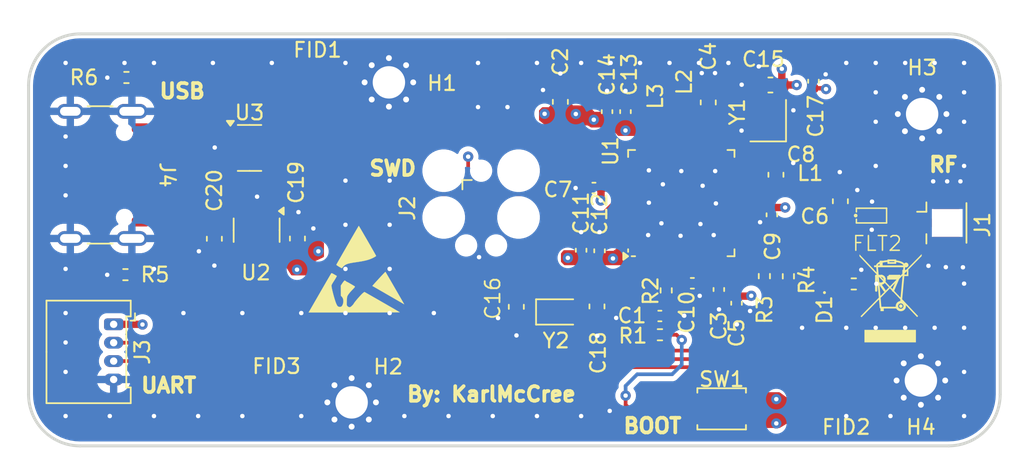
<source format=kicad_pcb>
(kicad_pcb (version 20241229) (generator "pcbnew") (generator_version "9.0")
  (layers (0 "F.Cu" signal) (4 "In1.Cu" signal) (6 "In2.Cu" signal) (2 "B.Cu" signal) (13 "F.Paste" user) (15 "B.Paste" user) (5 "F.SilkS" user "F.Silkscreen") (7 "B.SilkS" user "B.Silkscreen") (1 "F.Mask" user) (3 "B.Mask" user) (25 "Edge.Cuts" user))
  (net 0 "")
  (net 1 "GND")
  (net 2 "/BOOT0")
  (net 3 "+3V3")
  (net 4 "/SMPSFB")
  (net 5 "/RF-MATCH")
  (net 6 "/RF")
  (net 7 "/SWD_NRST")
  (net 8 "/LSE_IN")
  (net 9 "/LSE_OUT")
  (net 10 "+5V")
  (net 11 "Net-(D1-K)")
  (net 12 "Net-(D1-A)")
  (net 13 "/RF-ANT")
  (net 14 "/SWD_DIO")
  (net 15 "/SWD_CLK")
  (net 16 "/SWD_TRC")
  (net 17 "/UART_TXC")
  (net 18 "/UART_RXC")
  (net 19 "/USB_C1")
  (net 21 "/USB_C2")
  (net 22 "/USB_D-")
  (net 24 "Net-(R1-Pad1)")
  (net 25 "/UART_TX")
  (net 26 "/UART_RX")
  (net 29 "/USB_D+")
  (net 34 "/HSE_OUT")
  (net 41 "/HSE_IN")
  (net 52 "/USB_-D")
  (net 53 "/USB_+D")
  (net 54 "/SMP")
  (net 55 "/SMPSLX")
  (footprint "Symbol:ESD-Logo_6.6x6mm_SilkScreen" (layer "F.Cu") (at 128.75 92)
    (property "Reference" "REF**" (hide yes))
    (property "Value" "ESD-Logo_6.6x6mm_SilkScreen" (hide yes))
  )
  (footprint "Fiducial:Fiducial_1mm_Mask3mm" (layer "F.Cu") (at 161.995952 99.666548)
    (property "Reference" "FID2" (at 0 3.083452 0) (layer "F.SilkS"))
    (property "Value" "Fiducial" (hide yes))
    (pad "" smd circle (at 0 0) (size 1 1) (layers "F.Cu" "F.Mask") (clearance 1))
  )
  (footprint "Resistor_SMD:R_0402_1005Metric" (layer "F.Cu") (at 113.0625 92.39 180)
    (property "Reference" "R5" (at -2.01 0 0) (layer "F.SilkS"))
    (property "Value" "R")
    (pad "1" smd roundrect (at -0.51 0 180) (size 0.54 0.64) (layers "F.Cu" "F.Mask" "F.Paste") (net 21 "/USB_C2"))
    (pad "2" smd roundrect (at 0.51 0 180) (size 0.54 0.64) (layers "F.Cu" "F.Mask" "F.Paste") (net 1 "GND"))
  )
  (footprint "Crystal:Crystal_SMD_2012-2Pin_2.0x1.2mm" (layer "F.Cu") (at 142.2 94.925)
    (property "Reference" "Y2" (at 0.1 1.95 180) (layer "F.SilkS"))
    (property "Value" "32Hz768")
    (pad "1" smd roundrect (at -0.7 0) (size 0.6 1.1) (layers "F.Cu" "F.Mask" "F.Paste") (net 8 "/LSE_IN"))
    (pad "2" smd roundrect (at 0.7 0) (size 0.6 1.1) (layers "F.Cu" "F.Mask" "F.Paste") (net 9 "/LSE_OUT"))
  )
  (footprint "Capacitor_SMD:C_0402_1005Metric" (layer "F.Cu") (at 153.35 93.4 -90)
    (property "Reference" "C3" (at 2.475 0 90) (layer "F.SilkS"))
    (property "Value" "100u")
    (pad "1" smd roundrect (at -0.48 0 270) (size 0.56 0.62) (layers "F.Cu" "F.Mask" "F.Paste") (net 3 "+3V3"))
    (pad "2" smd roundrect (at 0.48 0 270) (size 0.56 0.62) (layers "F.Cu" "F.Mask" "F.Paste") (net 1 "GND"))
  )
  (footprint "Capacitor_SMD:C_0603_1608Metric" (layer "F.Cu") (at 157.225 85.6 90)
    (property "Reference" "C8" (at 1.375 1.7 180) (layer "F.SilkS"))
    (property "Value" "0p3")
    (pad "1" smd roundrect (at -0.775 0 90) (size 0.9 0.95) (layers "F.Cu" "F.Mask" "F.Paste") (net 6 "/RF"))
    (pad "2" smd roundrect (at 0.775 0 90) (size 0.9 0.95) (layers "F.Cu" "F.Mask" "F.Paste") (net 1 "GND"))
  )
  (footprint "Resistor_SMD:R_0402_1005Metric" (layer "F.Cu") (at 149.35 96.475 180)
    (property "Reference" "R1" (at 1.84 -0.075 0) (layer "F.SilkS"))
    (property "Value" "100n")
    (pad "1" smd roundrect (at -0.51 0 180) (size 0.54 0.64) (layers "F.Cu" "F.Mask" "F.Paste") (net 24 "Net-(R1-Pad1)"))
    (pad "2" smd roundrect (at 0.51 0 180) (size 0.54 0.64) (layers "F.Cu" "F.Mask" "F.Paste") (net 2 "/BOOT0"))
  )
  (footprint "Capacitor_SMD:C_0402_1005Metric" (layer "F.Cu") (at 149.345 95.2)
    (property "Reference" "C1" (at -1.895 -0.025 0) (layer "F.SilkS"))
    (property "Value" "100u")
    (pad "1" smd roundrect (at -0.48 0) (size 0.56 0.62) (layers "F.Cu" "F.Mask" "F.Paste") (net 2 "/BOOT0"))
    (pad "2" smd roundrect (at 0.48 0) (size 0.56 0.62) (layers "F.Cu" "F.Mask" "F.Paste") (net 1 "GND"))
  )
  (footprint "Connector_Molex:Molex_PicoBlade_53048-0410_1x04_P1.25mm_Horizontal" (layer "F.Cu") (at 112.2625 95.765 -90)
    (property "Reference" "J3" (at 1.88 -1.95 90) (layer "F.SilkS"))
    (property "Value" "Conn_01x04")
    (pad "1" thru_hole roundrect (at 0 0 270) (size 0.8 1.3) (drill 0.5) (layers "*.Cu" "*.Mask") (net 3 "+3V3"))
    (pad "2" thru_hole oval (at 1.25 0 270) (size 0.8 1.3) (drill 0.5) (layers "*.Cu" "*.Mask") (net 17 "/UART_TXC"))
    (pad "3" thru_hole oval (at 2.5 0 270) (size 0.8 1.3) (drill 0.5) (layers "*.Cu" "*.Mask") (net 18 "/UART_RXC"))
    (pad "4" thru_hole oval (at 3.75 0 270) (size 0.8 1.3) (drill 0.5) (layers "*.Cu" "*.Mask") (net 1 "GND"))
  )
  (footprint "Capacitor_SMD:C_0402_1005Metric" (layer "F.Cu") (at 145.25 90.77 90)
    (property "Reference" "C12" (at 2.48 0 90) (layer "F.SilkS"))
    (property "Value" "100u")
    (pad "1" smd roundrect (at -0.48 0 90) (size 0.56 0.62) (layers "F.Cu" "F.Mask" "F.Paste") (net 3 "+3V3"))
    (pad "2" smd roundrect (at 0.48 0 90) (size 0.56 0.62) (layers "F.Cu" "F.Mask" "F.Paste") (net 1 "GND"))
  )
  (footprint "Capacitor_SMD:C_0603_1608Metric" (layer "F.Cu") (at 156.85 79.5 180)
    (property "Reference" "C15" (at 0.475 1.75 0) (layer "F.SilkS"))
    (property "Value" "4u7")
    (pad "1" smd roundrect (at -0.775 0 180) (size 0.9 0.95) (layers "F.Cu" "F.Mask" "F.Paste") (net 3 "+3V3"))
    (pad "2" smd roundrect (at 0.775 0 180) (size 0.9 0.95) (layers "F.Cu" "F.Mask" "F.Paste") (net 1 "GND"))
  )
  (footprint "Capacitor_SMD:C_0603_1608Metric" (layer "F.Cu") (at 139.6 94.575 -90)
    (property "Reference" "C16" (at -0.575 1.6 90) (layer "F.SilkS") (effects (font (thickness 0.125))))
    (property "Value" "10p")
    (pad "1" smd roundrect (at -0.775 0 270) (size 0.9 0.95) (layers "F.Cu" "F.Mask" "F.Paste") (net 8 "/LSE_IN"))
    (pad "2" smd roundrect (at 0.775 0 270) (size 0.9 0.95) (layers "F.Cu" "F.Mask" "F.Paste") (net 1 "GND"))
  )
  (footprint "Fiducial:Fiducial_1mm_Mask3mm" (layer "F.Cu") (at 123.32 101.07)
    (property "Reference" "FID3" (at 0 -2.45 0) (layer "F.SilkS"))
    (property "Value" "Fiducial" (hide yes))
    (pad "" smd circle (at 0 0) (size 1 1) (layers "F.Cu" "F.Mask") (clearance 1))
  )
  (footprint "Capacitor_SMD:C_0402_1005Metric" (layer "F.Cu") (at 159.775 79.245 90)
    (property "Reference" "C17" (at -2.38 0.15 90) (layer "F.SilkS"))
    (property "Value" "100u")
    (pad "1" smd roundrect (at -0.48 0 90) (size 0.56 0.62) (layers "F.Cu" "F.Mask" "F.Paste") (net 3 "+3V3"))
    (pad "2" smd roundrect (at 0.48 0 90) (size 0.56 0.62) (layers "F.Cu" "F.Mask" "F.Paste") (net 1 "GND"))
  )
  (footprint "Capacitor_SMD:C_0603_1608Metric" (layer "F.Cu") (at 124.74 89.935 90)
    (property "Reference" "C19" (at 3.81 -0.09 90) (layer "F.SilkS"))
    (property "Value" "4u7")
    (pad "1" smd roundrect (at -0.775 0 90) (size 0.9 0.95) (layers "F.Cu" "F.Mask" "F.Paste") (net 3 "+3V3"))
    (pad "2" smd roundrect (at 0.775 0 90) (size 0.9 0.95) (layers "F.Cu" "F.Mask" "F.Paste") (net 1 "GND"))
  )
  (footprint "Connector:Tag-Connect_TC2030-IDC-FP_2x03_P1.27mm_Vertical" (layer "F.Cu") (at 137.21 87.865 -90)
    (property "Reference" "J2" (at 0 5 90) (layer "F.SilkS"))
    (property "Value" "Conn_ARM_SWD_TagConnect_TC2030")
    (pad "" np_thru_hole circle (at -2.54 -2.54 270) (size 2.3749 2.3749) (drill 2.3749) (layers "*.Cu" "*.Mask"))
    (pad "" np_thru_hole circle (at -2.54 0 270) (size 0.9906 0.9906) (drill 0.9906) (layers "*.Cu" "*.Mask"))
    (pad "" np_thru_hole circle (at -2.54 2.54 270) (size 2.3749 2.3749) (drill 2.3749) (layers "*.Cu" "*.Mask"))
    (pad "" np_thru_hole circle (at 0.635 -2.54 270) (size 2.3749 2.3749) (drill 2.3749) (layers "*.Cu" "*.Mask"))
    (pad "" np_thru_hole circle (at 0.635 2.54 270) (size 2.3749 2.3749) (drill 2.3749) (layers "*.Cu" "*.Mask"))
    (pad "" np_thru_hole circle (at 2.54 -1.016 270) (size 0.9906 0.9906) (drill 0.9906) (layers "*.Cu" "*.Mask"))
    (pad "" np_thru_hole circle (at 2.54 1.016 270) (size 0.9906 0.9906) (drill 0.9906) (layers "*.Cu" "*.Mask"))
    (pad "1" connect circle (at -1.27 0.635 270) (size 0.7874 0.7874) (layers "F.Cu" "F.Mask") (net 3 "+3V3"))
    (pad "2" connect circle (at -1.27 -0.635 270) (size 0.7874 0.7874) (layers "F.Cu" "F.Mask") (net 14 "/SWD_DIO"))
    (pad "3" connect circle (at 0 0.635 270) (size 0.7874 0.7874) (layers "F.Cu" "F.Mask") (net 7 "/SWD_NRST"))
    (pad "4" connect circle (at 0 -0.635 270) (size 0.7874 0.7874) (layers "F.Cu" "F.Mask") (net 15 "/SWD_CLK"))
    (pad "5" connect circle (at 1.27 0.635 270) (size 0.7874 0.7874) (layers "F.Cu" "F.Mask") (net 1 "GND"))
    (pad "6" connect circle (at 1.27 -0.635 270) (size 0.7874 0.7874) (layers "F.Cu" "F.Mask") (net 16 "/SWD_TRC"))
    (zone (net 0) (net_name "") (layer "F.Cu") (connect_pads (clearance 0)) (min_thickness 0.254)
      (keepout (tracks allowed) (vias not_allowed) (pads allowed) (copperpour not_allowed) (footprints not_allowed))
      (fill (thermal_gap 0.508) (thermal_bridge_width 0.508))
      (polygon (pts (xy 137.845 89.135) (xy 137.845 86.595) (xy 136.575 86.595) (xy 136.575 89.135)))
    )
  )
  (footprint "Button_Switch_SMD:SW_SPST_B3U-1000P" (layer "F.Cu") (at 153.54 101.51 180)
    (property "Reference" "SW1" (at 0 2.01 180) (layer "F.SilkS"))
    (property "Value" "SW_Push")
    (pad "1" smd rect (at -1.7 0 180) (size 0.9 1.7) (layers "F.Cu" "F.Mask" "F.Paste") (net 3 "+3V3"))
    (pad "2" smd rect (at 1.7 0 180) (size 0.9 1.7) (layers "F.Cu" "F.Mask" "F.Paste") (net 24 "Net-(R1-Pad1)"))
  )
  (footprint "MountingHole:MountingHole_2.2mm_M2_Pad_Via" (layer "F.Cu") (at 130.95 79.32)
    (property "Reference" "H1" (at 3.6 0.06 0) (layer "F.SilkS"))
    (property "Value" "MountingHole_Pad" (hide yes))
    (pad "1" thru_hole circle (at -1.65 0) (size 0.7 0.7) (drill 0.4) (layers "*.Cu" "*.Mask") (net 1 "GND"))
    (pad "1" thru_hole circle (at -1.166726 -1.166726) (size 0.7 0.7) (drill 0.4) (layers "*.Cu" "*.Mask") (net 1 "GND"))
    (pad "1" thru_hole circle (at -1.166726 1.166726) (size 0.7 0.7) (drill 0.4) (layers "*.Cu" "*.Mask") (net 1 "GND"))
    (pad "1" thru_hole circle (at 0 -1.65) (size 0.7 0.7) (drill 0.4) (layers "*.Cu" "*.Mask") (net 1 "GND"))
    (pad "1" thru_hole circle (at 0 0) (size 4.4 4.4) (drill 2.2) (layers "*.Cu" "*.Mask") (net 1 "GND"))
    (pad "1" thru_hole circle (at 0 1.65) (size 0.7 0.7) (drill 0.4) (layers "*.Cu" "*.Mask") (net 1 "GND"))
    (pad "1" thru_hole circle (at 1.166726 -1.166726) (size 0.7 0.7) (drill 0.4) (layers "*.Cu" "*.Mask") (net 1 "GND"))
    (pad "1" thru_hole circle (at 1.166726 1.166726) (size 0.7 0.7) (drill 0.4) (layers "*.Cu" "*.Mask") (net 1 "GND"))
    (pad "1" thru_hole circle (at 1.65 0) (size 0.7 0.7) (drill 0.4) (layers "*.Cu" "*.Mask") (net 1 "GND"))
  )
  (footprint "MountingHole:MountingHole_2.2mm_M2_Pad_Via" (layer "F.Cu") (at 128.42 101.07)
    (property "Reference" "H2" (at 2.48 -2.42 0) (layer "F.SilkS"))
    (property "Value" "MountingHole_Pad")
    (pad "1" thru_hole circle (at -1.65 0) (size 0.7 0.7) (drill 0.4) (layers "*.Cu" "*.Mask") (net 1 "GND"))
    (pad "1" thru_hole circle (at -1.166726 -1.166726) (size 0.7 0.7) (drill 0.4) (layers "*.Cu" "*.Mask") (net 1 "GND"))
    (pad "1" thru_hole circle (at -1.166726 1.166726) (size 0.7 0.7) (drill 0.4) (layers "*.Cu" "*.Mask") (net 1 "GND"))
    (pad "1" thru_hole circle (at 0 -1.65) (size 0.7 0.7) (drill 0.4) (layers "*.Cu" "*.Mask") (net 1 "GND"))
    (pad "1" thru_hole circle (at 0 0) (size 4.4 4.4) (drill 2.2) (layers "*.Cu" "*.Mask") (net 1 "GND"))
    (pad "1" thru_hole circle (at 0 1.65) (size 0.7 0.7) (drill 0.4) (layers "*.Cu" "*.Mask") (net 1 "GND"))
    (pad "1" thru_hole circle (at 1.166726 -1.166726) (size 0.7 0.7) (drill 0.4) (layers "*.Cu" "*.Mask") (net 1 "GND"))
    (pad "1" thru_hole circle (at 1.166726 1.166726) (size 0.7 0.7) (drill 0.4) (layers "*.Cu" "*.Mask") (net 1 "GND"))
    (pad "1" thru_hole circle (at 1.65 0) (size 0.7 0.7) (drill 0.4) (layers "*.Cu" "*.Mask") (net 1 "GND"))
  )
  (footprint "Inductor_SMD:L_0402_1005Metric" (layer "F.Cu") (at 159.465 86.65 180)
    (property "Reference" "L1" (at -0.085 1.15 0) (layer "F.SilkS"))
    (property "Value" "2n7")
    (pad "1" smd roundrect (at -0.485 0 180) (size 0.59 0.64) (layers "F.Cu" "F.Mask" "F.Paste") (net 5 "/RF-MATCH"))
    (pad "2" smd roundrect (at 0.485 0 180) (size 0.59 0.64) (layers "F.Cu" "F.Mask" "F.Paste") (net 6 "/RF"))
  )
  (footprint "Inductor_SMD:L_0402_1005Metric" (layer "F.Cu") (at 149.34 81.75 180)
    (property "Reference" "L3" (at 0.3 1.48 90) (layer "F.SilkS"))
    (property "Value" "10n")
    (pad "1" smd roundrect (at -0.485 0 180) (size 0.59 0.64) (layers "F.Cu" "F.Mask" "F.Paste") (net 54 "/SMP"))
    (pad "2" smd roundrect (at 0.485 0 180) (size 0.59 0.64) (layers "F.Cu" "F.Mask" "F.Paste") (net 55 "/SMPSLX"))
  )
  (footprint "Resistor_SMD:R_0402_1005Metric" (layer "F.Cu") (at 162.51 93.02)
    (property "Reference" "R7" (at 2.26 0 0) (layer "F.SilkS"))
    (property "Value" "220R")
    (pad "1" smd roundrect (at -0.51 0) (size 0.54 0.64) (layers "F.Cu" "F.Mask" "F.Paste") (net 11 "Net-(D1-K)"))
    (pad "2" smd roundrect (at 0.51 0) (size 0.54 0.64) (layers "F.Cu" "F.Mask" "F.Paste") (net 1 "GND"))
  )
  (footprint "Capacitor_SMD:C_0402_1005Metric" (layer "F.Cu") (at 145.76 81.31 90)
    (property "Reference" "C14" (at 2.52 0 90) (layer "F.SilkS"))
    (property "Value" "100p")
    (pad "1" smd roundrect (at -0.48 0 90) (size 0.56 0.62) (layers "F.Cu" "F.Mask" "F.Paste") (net 3 "+3V3"))
    (pad "2" smd roundrect (at 0.48 0 90) (size 0.56 0.62) (layers "F.Cu" "F.Mask" "F.Paste") (net 1 "GND"))
  )
  (footprint "Resistor_SMD:R_0402_1005Metric" (layer "F.Cu") (at 156.44 92.49 -90)
    (property "Reference" "R3" (at 2.29 -0.02 90) (layer "F.SilkS"))
    (property "Value" "220R")
    (pad "1" smd roundrect (at -0.51 0 270) (size 0.54 0.64) (layers "F.Cu" "F.Mask" "F.Paste") (net 25 "/UART_TX"))
    (pad "2" smd roundrect (at 0.51 0 270) (size 0.54 0.64) (layers "F.Cu" "F.Mask" "F.Paste") (net 17 "/UART_TXC"))
  )
  (footprint "MountingHole:MountingHole_2.2mm_M2_Pad_Via" (layer "F.Cu") (at 167.15 81.475)
    (property "Reference" "H3" (at 0 -3.15 0) (layer "F.SilkS"))
    (property "Value" "MountingHole_Pad")
    (pad "1" thru_hole circle (at -1.65 0) (size 0.7 0.7) (drill 0.4) (layers "*.Cu" "*.Mask") (net 1 "GND"))
    (pad "1" thru_hole circle (at -1.166726 -1.166726) (size 0.7 0.7) (drill 0.4) (layers "*.Cu" "*.Mask") (net 1 "GND"))
    (pad "1" thru_hole circle (at -1.166726 1.166726) (size 0.7 0.7) (drill 0.4) (layers "*.Cu" "*.Mask") (net 1 "GND"))
    (pad "1" thru_hole circle (at 0 -1.65) (size 0.7 0.7) (drill 0.4) (layers "*.Cu" "*.Mask") (net 1 "GND"))
    (pad "1" thru_hole circle (at 0 0) (size 4.4 4.4) (drill 2.2) (layers "*.Cu" "*.Mask") (net 1 "GND"))
    (pad "1" thru_hole circle (at 0 1.65) (size 0.7 0.7) (drill 0.4) (layers "*.Cu" "*.Mask") (net 1 "GND"))
    (pad "1" thru_hole circle (at 1.166726 -1.166726) (size 0.7 0.7) (drill 0.4) (layers "*.Cu" "*.Mask") (net 1 "GND"))
    (pad "1" thru_hole circle (at 1.166726 1.166726) (size 0.7 0.7) (drill 0.4) (layers "*.Cu" "*.Mask") (net 1 "GND"))
    (pad "1" thru_hole circle (at 1.65 0) (size 0.7 0.7) (drill 0.4) (layers "*.Cu" "*.Mask") (net 1 "GND"))
  )
  (footprint "Resistor_SMD:R_0402_1005Metric" (layer "F.Cu") (at 113.13 78.99 180)
    (property "Reference" "R6" (at 2.88 0 0) (layer "F.SilkS"))
    (property "Value" "R")
    (pad "1" smd roundrect (at -0.51 0 180) (size 0.54 0.64) (layers "F.Cu" "F.Mask" "F.Paste") (net 19 "/USB_C1"))
    (pad "2" smd roundrect (at 0.51 0 180) (size 0.54 0.64) (layers "F.Cu" "F.Mask" "F.Paste") (net 1 "GND"))
  )
  (footprint "Capacitor_SMD:C_0603_1608Metric" (layer "F.Cu") (at 119.1 89.95 -90)
    (property "Reference" "C20" (at -3.275 0 90) (layer "F.SilkS"))
    (property "Value" "4u7")
    (pad "1" smd roundrect (at -0.775 0 270) (size 0.9 0.95) (layers "F.Cu" "F.Mask" "F.Paste") (net 10 "+5V"))
    (pad "2" smd roundrect (at 0.775 0 270) (size 0.9 0.95) (layers "F.Cu" "F.Mask" "F.Paste") (net 1 "GND"))
  )
  (footprint "Inductor_SMD:L_0402_1005Metric" (layer "F.Cu") (at 151 81.235 90)
    (property "Reference" "L2" (at 1.945 0 90) (layer "F.SilkS"))
    (property "Value" "10n")
    (pad "1" smd roundrect (at -0.485 0 90) (size 0.59 0.64) (layers "F.Cu" "F.Mask" "F.Paste") (net 4 "/SMPSFB"))
    (pad "2" smd roundrect (at 0.485 0 90) (size 0.59 0.64) (layers "F.Cu" "F.Mask" "F.Paste") (net 54 "/SMP"))
  )
  (footprint "Capacitor_SMD:C_0603_1608Metric" (layer "F.Cu") (at 152.63 80.685 90)
    (property "Reference" "C4" (at 3.135 0 90) (layer "F.SilkS"))
    (property "Value" "4u7")
    (pad "1" smd roundrect (at -0.775 0 90) (size 0.9 0.95) (layers "F.Cu" "F.Mask" "F.Paste") (net 4 "/SMPSFB"))
    (pad "2" smd roundrect (at 0.775 0 90) (size 0.9 0.95) (layers "F.Cu" "F.Mask" "F.Paste") (net 1 "GND"))
  )
  (footprint "Resistor_SMD:R_0402_1005Metric" (layer "F.Cu") (at 149.775 93.46 -90)
    (property "Reference" "R2" (at 0.04 1.05 90) (layer "F.SilkS"))
    (property "Value" "5K1")
    (pad "1" smd roundrect (at -0.51 0 270) (size 0.54 0.64) (layers "F.Cu" "F.Mask" "F.Paste") (net 2 "/BOOT0"))
    (pad "2" smd roundrect (at 0.51 0 270) (size 0.54 0.64) (layers "F.Cu" "F.Mask" "F.Paste") (net 1 "GND"))
  )
  (footprint "Fiducial:Fiducial_1mm_Mask3mm" (layer "F.Cu") (at 126.1 79.57)
    (property "Reference" "FID1" (at 0 -2.45 0) (layer "F.SilkS"))
    (property "Value" "Fiducial" (hide yes))
    (pad "" smd circle (at 0 0) (size 1 1) (layers "F.Cu" "F.Mask") (clearance 1))
  )
  (footprint "Crystal:Crystal_SMD_2016-4Pin_2.0x1.6mm" (layer "F.Cu") (at 156.7 81.925 90)
    (property "Reference" "Y1" (at 0.6 -2.1 90) (layer "F.SilkS"))
    (property "Value" "38MHz")
    (pad "1" smd roundrect (at -0.7 0.55 90) (size 0.9 0.8) (layers "F.Cu" "F.Mask" "F.Paste") (net 34 "/HSE_OUT"))
    (pad "2" smd roundrect (at 0.7 0.55 90) (size 0.9 0.8) (layers "F.Cu" "F.Mask" "F.Paste") (net 1 "GND"))
    (pad "3" smd roundrect (at 0.7 -0.55 90) (size 0.9 0.8) (layers "F.Cu" "F.Mask" "F.Paste") (net 41 "/HSE_IN"))
    (pad "4" smd roundrect (at -0.7 -0.55 90) (size 0.9 0.8) (layers "F.Cu" "F.Mask" "F.Paste") (net 1 "GND"))
  )
  (footprint "Capacitor_SMD:C_0402_1005Metric" (layer "F.Cu") (at 154.55 94.33 -90)
    (property "Reference" "C5" (at 2.02 0 90) (layer "F.SilkS"))
    (property "Value" "100u")
    (pad "1" smd roundrect (at -0.48 0 270) (size 0.56 0.62) (layers "F.Cu" "F.Mask" "F.Paste") (net 3 "+3V3"))
    (pad "2" smd roundrect (at 0.48 0 270) (size 0.56 0.62) (layers "F.Cu" "F.Mask" "F.Paste") (net 1 "GND"))
  )
  (footprint "Resistor_SMD:R_0402_1005Metric" (layer "F.Cu") (at 158.07 92.5 -90)
    (property "Reference" "R4" (at 0.25 -1.25 90) (layer "F.SilkS"))
    (property "Value" "220R")
    (pad "1" smd roundrect (at -0.51 0 270) (size 0.54 0.64) (layers "F.Cu" "F.Mask" "F.Paste") (net 26 "/UART_RX"))
    (pad "2" smd roundrect (at 0.51 0 270) (size 0.54 0.64) (layers "F.Cu" "F.Mask" "F.Paste") (net 18 "/UART_RXC"))
  )
  (footprint "Capacitor_SMD:C_0603_1608Metric" (layer "F.Cu") (at 145.075 94.55 -90)
    (property "Reference" "C18" (at 3.15 -0.075 90) (layer "F.SilkS"))
    (property "Value" "10p")
    (pad "1" smd roundrect (at -0.775 0 270) (size 0.9 0.95) (layers "F.Cu" "F.Mask" "F.Paste") (net 9 "/LSE_OUT"))
    (pad "2" smd roundrect (at 0.775 0 270) (size 0.9 0.95) (layers "F.Cu" "F.Mask" "F.Paste") (net 1 "GND"))
  )
  (footprint "Package_TO_SOT_SMD:TSOT-23-5" (layer "F.Cu") (at 121.97 89.3675 -90)
    (property "Reference" "U2" (at 2.8875 0.05 180) (layer "F.SilkS"))
    (property "Value" "MIC5365-3.3YD5")
    (pad "1" smd roundrect (at -1.1375 -0.95 270) (size 1.325 0.6) (layers "F.Cu" "F.Mask" "F.Paste") (net 10 "+5V"))
    (pad "2" smd roundrect (at -1.1375 0 270) (size 1.325 0.6) (layers "F.Cu" "F.Mask" "F.Paste") (net 1 "GND"))
    (pad "3" smd roundrect (at -1.1375 0.95 270) (size 1.325 0.6) (layers "F.Cu" "F.Mask" "F.Paste") (net 10 "+5V"))
    (pad "4" smd roundrect (at 1.1375 0.95 270) (size 1.325 0.6) (layers "F.Cu" "F.Mask" "F.Paste"))
    (pad "5" smd roundrect (at 1.1375 -0.95 270) (size 1.325 0.6) (layers "F.Cu" "F.Mask" "F.Paste") (net 3 "+3V3"))
  )
  (footprint "Capacitor_SMD:C_0402_1005Metric" (layer "F.Cu") (at 144.87 86.5 180)
    (property "Reference" "C7" (at 2.45 -0.11 0) (layer "F.SilkS"))
    (property "Value" "100u")
    (pad "1" smd roundrect (at -0.48 0 180) (size 0.56 0.62) (layers "F.Cu" "F.Mask" "F.Paste") (net 3 "+3V3"))
    (pad "2" smd roundrect (at 0.48 0 180) (size 0.56 0.62) (layers "F.Cu" "F.Mask" "F.Paste") (net 1 "GND"))
  )
  (footprint "Capacitor_SMD:C_0603_1608Metric" (layer "F.Cu") (at 161.6 87.4 90)
    (property "Reference" "C6" (at -1.025 -1.7375 0) (layer "F.SilkS"))
    (property "Value" "0p8")
    (pad "1" smd roundrect (at -0.775 0 90) (size 0.9 0.95) (layers "F.Cu" "F.Mask" "F.Paste") (net 5 "/RF-MATCH"))
    (pad "2" smd roundrect (at 0.775 0 90) (size 0.9 0.95) (layers "F.Cu" "F.Mask" "F.Paste") (net 1 "GND"))
  )
  (footprint "Capacitor_SMD:C_0402_1005Metric" (layer "F.Cu") (at 144 90.73 90)
    (property "Reference" "C11" (at 2.52 0 90) (layer "F.SilkS"))
    (property "Value" "100u")
    (pad "1" smd roundrect (at -0.48 0 90) (size 0.56 0.62) (layers "F.Cu" "F.Mask" "F.Paste") (net 3 "+3V3"))
    (pad "2" smd roundrect (at 0.48 0 90) (size 0.56 0.62) (layers "F.Cu" "F.Mask" "F.Paste") (net 1 "GND"))
  )
  (footprint "Connector_Coaxial:U.FL_Hirose_U.FL-R-SMT-1_Vertical" (layer "F.Cu") (at 168.325 88.875)
    (property "Reference" "J1" (at 2.925 0.125 270) (layer "F.SilkS"))
    (property "Value" "Conn_Coaxial")
    (pad "1" smd roundrect (at -1.05 0) (size 1.05 1) (layers "F.Cu" "F.Mask" "F.Paste") (net 13 "/RF-ANT"))
    (pad "2" smd roundrect (at 0.475 -1.475) (size 2.2 1.05) (layers "F.Cu" "F.Mask" "F.Paste") (roundrect_rratio 0.2380952381) (net 1 "GND"))
    (pad "2" smd roundrect (at 0.475 1.475) (size 2.2 1.05) (layers "F.Cu" "F.Mask" "F.Paste") (roundrect_rratio 0.2380952381) (net 1 "GND"))
    (zone (net 0) (net_name "") (layers "F.Cu" "B.Cu" "In1.Cu" "In2.Cu") (connect_pads (clearance 0)) (min_thickness 0.25)
      (keepout (tracks not_allowed) (vias not_allowed) (pads not_allowed) (copperpour not_allowed) (footprints allowed))
      (fill (thermal_gap 0.5) (thermal_bridge_width 0.5))
      (polygon (pts (xy 169.9 87.925) (xy 167.81 87.925) (xy 167.81 89.825) (xy 169.9 89.825)))
    )
  )
  (footprint "Capacitor_SMD:C_0402_1005Metric" (layer "F.Cu") (at 147.01 81.31 90)
    (property "Reference" "C13" (at 2.52 0.25 90) (layer "F.SilkS"))
    (property "Value" "100u")
    (pad "1" smd roundrect (at -0.48 0 90) (size 0.56 0.62) (layers "F.Cu" "F.Mask" "F.Paste") (net 3 "+3V3"))
    (pad "2" smd roundrect (at 0.48 0 90) (size 0.56 0.62) (layers "F.Cu" "F.Mask" "F.Paste") (net 1 "GND"))
  )
  (footprint "Multlayered Low Pass Filter:DLF162500LT-5028A1" (layer "F.Cu") (at 163.7375 88.375)
    (property "Reference" "FLT2" (at 0.3625 1.9 0) (layer "F.SilkS") (effects (font (thickness 0.1))))
    (property "Value" "~")
    (pad "1" smd roundrect (at -0.6125 0) (size 0.275 0.7) (layers "F.Cu" "F.Mask" "F.Paste") (roundrect_rratio 0.15) (net 5 "/RF-MATCH"))
    (pad "2" smd roundrect (at 0 0.2275 180) (size 0.45 0.245) (layers "F.Cu" "F.Mask" "F.Paste") (roundrect_rratio 0.15) (net 1 "GND"))
    (pad "3" smd roundrect (at 0.6125 0) (size 0.275 0.7) (layers "F.Cu" "F.Mask" "F.Paste") (roundrect_rratio 0.15) (net 13 "/RF-ANT"))
    (pad "4" smd roundrect (at 0 -0.2275 180) (size 0.45 0.245) (layers "F.Cu" "F.Mask" "F.Paste") (roundrect_rratio 0.15) (net 1 "GND"))
  )
  (footprint "Connector_USB:USB_C_Receptacle_GCT_USB4105-xx-A_16P_TopMnt_Horizontal" (layer "F.Cu") (at 110.395 85.61 -90)
    (property "Reference" "J4" (at 0 -5.5 270) (layer "F.SilkS"))
    (property "Value" "USB_C_Receptacle_USB2.0_16P")
    (pad "" np_thru_hole circle (at -2.89 -2.605 270) (size 0.65 0.65) (drill 0.65) (layers "F&B.Cu" "*.Mask"))
    (pad "" np_thru_hole circle (at 2.89 -2.605 270) (size 0.65 0.65) (drill 0.65) (layers "F&B.Cu" "*.Mask"))
    (pad "A1" smd roundrect (at -3.2 -3.68 270) (size 0.6 1.15) (layers "F.Cu" "F.Mask" "F.Paste") (net 1 "GND"))
    (pad "A4" smd roundrect (at -2.4 -3.68 270) (size 0.6 1.15) (layers "F.Cu" "F.Mask" "F.Paste") (net 10 "+5V"))
    (pad "A5" smd roundrect (at -1.25 -3.68 270) (size 0.3 1.15) (layers "F.Cu" "F.Mask" "F.Paste") (net 19 "/USB_C1"))
    (pad "A6" smd roundrect (at -0.25 -3.68 270) (size 0.3 1.15) (layers "F.Cu" "F.Mask" "F.Paste") (net 53 "/USB_+D"))
    (pad "A7" smd roundrect (at 0.25 -3.68 270) (size 0.3 1.15) (layers "F.Cu" "F.Mask" "F.Paste") (net 52 "/USB_-D"))
    (pad "A8" smd roundrect (at 1.25 -3.68 270) (size 0.3 1.15) (layers "F.Cu" "F.Mask" "F.Paste"))
    (pad "A9" smd roundrect (at 2.4 -3.68 270) (size 0.6 1.15) (layers "F.Cu" "F.Mask" "F.Paste") (net 10 "+5V"))
    (pad "A12" smd roundrect (at 3.2 -3.68 270) (size 0.6 1.15) (layers "F.Cu" "F.Mask" "F.Paste") (net 1 "GND"))
    (pad "B1" smd roundrect (at 3.2 -3.68 270) (size 0.6 1.15) (layers "F.Cu" "F.Mask" "F.Paste") (net 1 "GND"))
    (pad "B4" smd roundrect (at 2.4 -3.68 270) (size 0.6 1.15) (layers "F.Cu" "F.Mask" "F.Paste") (net 10 "+5V"))
    (pad "B5" smd roundrect (at 1.75 -3.68 270) (size 0.3 1.15) (layers "F.Cu" "F.Mask" "F.Paste") (net 21 "/USB_C2"))
    (pad "B6" smd roundrect (at 0.75 -3.68 270) (size 0.3 1.15) (layers "F.Cu" "F.Mask" "F.Paste") (net 53 "/USB_+D"))
    (pad "B7" smd roundrect (at -0.75 -3.68 270) (size 0.3 1.15) (layers "F.Cu" "F.Mask" "F.Paste") (net 52 "/USB_-D"))
    (pad "B8" smd roundrect (at -1.75 -3.68 270) (size 0.3 1.15) (layers "F.Cu" "F.Mask" "F.Paste"))
    (pad "B9" smd roundrect (at -2.4 -3.68 270) (size 0.6 1.15) (layers "F.Cu" "F.Mask" "F.Paste") (net 10 "+5V"))
    (pad "B12" smd roundrect (at -3.2 -3.68 270) (size 0.6 1.15) (layers "F.Cu" "F.Mask" "F.Paste") (net 1 "GND"))
    (pad "S1" thru_hole oval (at -4.32 -3.105 270) (size 1 2.1) (drill oval 0.6 1.7) (property pad_prop_heatsink) (layers "*.Cu" "*.Mask" "F.Paste") (net 1 "GND"))
    (pad "S1" thru_hole oval (at -4.32 1.075 270) (size 1 1.8) (drill oval 0.6 1.4) (property pad_prop_heatsink) (layers "*.Cu" "*.Mask" "F.Paste") (net 1 "GND"))
    (pad "S1" thru_hole oval (at 4.32 -3.105 270) (size 1 2.1) (drill oval 0.6 1.7) (property pad_prop_heatsink) (layers "*.Cu" "*.Mask" "F.Paste") (net 1 "GND"))
    (pad "S1" thru_hole oval (at 4.32 1.075 270) (size 1 1.8) (drill oval 0.6 1.4) (property pad_prop_heatsink) (layers "*.Cu" "*.Mask" "F.Paste") (net 1 "GND"))
  )
  (footprint "Package_TO_SOT_SMD:SOT-23-6" (layer "F.Cu") (at 121.4875 83.7775)
    (property "Reference" "U3" (at 0 -2.4 0) (layer "F.SilkS"))
    (property "Value" "USBLC6-2SC6")
    (pad "1" smd roundrect (at -1.1375 -0.95) (size 1.325 0.6) (layers "F.Cu" "F.Mask" "F.Paste") (net 52 "/USB_-D"))
    (pad "2" smd roundrect (at -1.1375 0) (size 1.325 0.6) (layers "F.Cu" "F.Mask" "F.Paste") (net 1 "GND"))
    (pad "3" smd roundrect (at -1.1375 0.95) (size 1.325 0.6) (layers "F.Cu" "F.Mask" "F.Paste") (net 53 "/USB_+D"))
    (pad "4" smd roundrect (at 1.1375 0.95) (size 1.325 0.6) (layers "F.Cu" "F.Mask" "F.Paste") (net 29 "/USB_D+"))
    (pad "5" smd roundrect (at 1.1375 0) (size 1.325 0.6) (layers "F.Cu" "F.Mask" "F.Paste") (net 10 "+5V"))
    (pad "6" smd roundrect (at 1.1375 -0.95) (size 1.325 0.6) (layers "F.Cu" "F.Mask" "F.Paste") (net 22 "/USB_D-"))
  )
  (footprint "Package_DFN_QFN:QFN-48-1EP_7x7mm_P0.5mm_EP5.6x5.6mm" (layer "F.Cu") (at 150.8 87.5275 90)
    (property "Reference" "U1" (at 3.5275 -4.8 270) (layer "F.SilkS"))
    (property "Value" "STM32WB55CEUx")
    (pad "1" smd roundrect (at -3.4375 -2.75 90) (size 0.875 0.25) (layers "F.Cu" "F.Mask" "F.Paste") (net 3 "+3V3"))
    (pad "2" smd roundrect (at -3.4375 -2.25 90) (size 0.875 0.25) (layers "F.Cu" "F.Mask" "F.Paste") (net 8 "/LSE_IN"))
    (pad "3" smd roundrect (at -3.4375 -1.75 90) (size 0.875 0.25) (layers "F.Cu" "F.Mask" "F.Paste") (net 9 "/LSE_OUT"))
    (pad "4" smd roundrect (at -3.4375 -1.25 90) (size 0.875 0.25) (layers "F.Cu" "F.Mask" "F.Paste") (net 2 "/BOOT0"))
    (pad "5" smd roundrect (at -3.4375 -0.75 90) (size 0.875 0.25) (layers "F.Cu" "F.Mask" "F.Paste"))
    (pad "6" smd roundrect (at -3.4375 -0.25 90) (size 0.875 0.25) (layers "F.Cu" "F.Mask" "F.Paste"))
    (pad "7" smd roundrect (at -3.4375 0.25 90) (size 0.875 0.25) (layers "F.Cu" "F.Mask" "F.Paste") (net 7 "/SWD_NRST"))
    (pad "8" smd roundrect (at -3.4375 0.75 90) (size 0.875 0.25) (layers "F.Cu" "F.Mask" "F.Paste") (net 3 "+3V3"))
    (pad "9" smd roundrect (at -3.4375 1.25 90) (size 0.875 0.25) (layers "F.Cu" "F.Mask" "F.Paste"))
    (pad "10" smd roundrect (at -3.4375 1.75 90) (size 0.875 0.25) (layers "F.Cu" "F.Mask" "F.Paste"))
    (pad "11" smd roundrect (at -3.4375 2.25 90) (size 0.875 0.25) (layers "F.Cu" "F.Mask" "F.Paste") (net 25 "/UART_TX"))
    (pad "12" smd roundrect (at -3.4375 2.75 90) (size 0.875 0.25) (layers "F.Cu" "F.Mask" "F.Paste") (net 26 "/UART_RX"))
    (pad "13" smd roundrect (at -2.75 3.4375 90) (size 0.25 0.875) (layers "F.Cu" "F.Mask" "F.Paste"))
    (pad "14" smd roundrect (at -2.25 3.4375 90) (size 0.25 0.875) (layers "F.Cu" "F.Mask" "F.Paste"))
    (pad "15" smd roundrect (at -1.75 3.4375 90) (size 0.25 0.875) (layers "F.Cu" "F.Mask" "F.Paste"))
    (pad "16" smd roundrect (at -1.25 3.4375 90) (size 0.25 0.875) (layers "F.Cu" "F.Mask" "F.Paste") (net 12 "Net-(D1-A)"))
    (pad "17" smd roundrect (at -0.75 3.4375 90) (size 0.25 0.875) (layers "F.Cu" "F.Mask" "F.Paste"))
    (pad "18" smd roundrect (at -0.25 3.4375 90) (size 0.25 0.875) (layers "F.Cu" "F.Mask" "F.Paste"))
    (pad "19" smd roundrect (at 0.25 3.4375 90) (size 0.25 0.875) (layers "F.Cu" "F.Mask" "F.Paste"))
    (pad "20" smd roundrect (at 0.75 3.4375 90) (size 0.25 0.875) (layers "F.Cu" "F.Mask" "F.Paste") (net 3 "+3V3"))
    (pad "21" smd roundrect (at 1.25 3.4375 90) (size 0.25 0.875) (layers "F.Cu" "F.Mask" "F.Paste") (net 6 "/RF"))
    (pad "22" smd roundrect (at 1.75 3.4375 90) (size 0.25 0.875) (layers "F.Cu" "F.Mask" "F.Paste") (net 1 "GND"))
    (pad "23" smd roundrect (at 2.25 3.4375 90) (size 0.25 0.875) (layers "F.Cu" "F.Mask" "F.Paste") (net 1 "GND"))
    (pad "24" smd roundrect (at 2.75 3.4375 90) (size 0.25 0.875) (layers "F.Cu" "F.Mask" "F.Paste") (net 34 "/HSE_OUT"))
    (pad "25" smd roundrect (at 3.4375 2.75 90) (size 0.875 0.25) (layers "F.Cu" "F.Mask" "F.Paste") (net 41 "/HSE_IN"))
    (pad "26" smd roundrect (at 3.4375 2.25 90) (size 0.875 0.25) (layers "F.Cu" "F.Mask" "F.Paste"))
    (pad "27" smd roundrect (at 3.4375 1.75 90) (size 0.875 0.25) (layers "F.Cu" "F.Mask" "F.Paste"))
    (pad "28" smd roundrect (at 3.4375 1.25 90) (size 0.875 0.25) (layers "F.Cu" "F.Mask" "F.Paste"))
    (pad "29" smd roundrect (at 3.4375 0.75 90) (size 0.875 0.25) (layers "F.Cu" "F.Mask" "F.Paste"))
    (pad "30" smd roundrect (at 3.4375 0.25 90) (size 0.875 0.25) (layers "F.Cu" "F.Mask" "F.Paste"))
    (pad "31" smd roundrect (at 3.4375 -0.25 90) (size 0.875 0.25) (layers "F.Cu" "F.Mask" "F.Paste") (net 4 "/SMPSFB"))
    (pad "32" smd roundrect (at 3.4375 -0.75 90) (size 0.875 0.25) (layers "F.Cu" "F.Mask" "F.Paste") (net 1 "GND"))
    (pad "33" smd roundrect (at 3.4375 -1.25 90) (size 0.875 0.25) (layers "F.Cu" "F.Mask" "F.Paste") (net 55 "/SMPSLX"))
    (pad "34" smd roundrect (at 3.4375 -1.75 90) (size 0.875 0.25) (layers "F.Cu" "F.Mask" "F.Paste") (net 3 "+3V3"))
    (pad "35" smd roundrect (at 3.4375 -2.25 90) (size 0.875 0.25) (layers "F.Cu" "F.Mask" "F.Paste") (net 3 "+3V3"))
    (pad "36" smd roundrect (at 3.4375 -2.75 90) (size 0.875 0.25) (layers "F.Cu" "F.Mask" "F.Paste"))
    (pad "37" smd roundrect (at 2.75 -3.4375 90) (size 0.25 0.875) (layers "F.Cu" "F.Mask" "F.Paste") (net 22 "/USB_D-"))
    (pad "38" smd roundrect (at 2.25 -3.4375 90) (size 0.25 0.875) (layers "F.Cu" "F.Mask" "F.Paste") (net 29 "/USB_D+"))
    (pad "39" smd roundrect (at 1.75 -3.4375 90) (size 0.25 0.875) (layers "F.Cu" "F.Mask" "F.Paste") (net 14 "/SWD_DIO"))
    (pad "40" smd roundrect (at 1.25 -3.4375 90) (size 0.25 0.875) (layers "F.Cu" "F.Mask" "F.Paste") (net 3 "+3V3"))
    (pad "41" smd roundrect (at 0.75 -3.4375 90) (size 0.25 0.875) (layers "F.Cu" "F.Mask" "F.Paste") (net 15 "/SWD_CLK"))
    (pad "42" smd roundrect (at 0.25 -3.4375 90) (size 0.25 0.875) (layers "F.Cu" "F.Mask" "F.Paste"))
    (pad "43" smd roundrect (at -0.25 -3.4375 90) (size 0.25 0.875) (layers "F.Cu" "F.Mask" "F.Paste") (net 16 "/SWD_TRC"))
    (pad "44" smd roundrect (at -0.75 -3.4375 90) (size 0.25 0.875) (layers "F.Cu" "F.Mask" "F.Paste"))
    (pad "45" smd roundrect (at -1.25 -3.4375 90) (size 0.25 0.875) (layers "F.Cu" "F.Mask" "F.Paste"))
    (pad "46" smd roundrect (at -1.75 -3.4375 90) (size 0.25 0.875) (layers "F.Cu" "F.Mask" "F.Paste"))
    (pad "47" smd roundrect (at -2.25 -3.4375 90) (size 0.25 0.875) (layers "F.Cu" "F.Mask" "F.Paste"))
    (pad "48" smd roundrect (at -2.75 -3.4375 90) (size 0.25 0.875) (layers "F.Cu" "F.Mask" "F.Paste") (net 3 "+3V3"))
    (pad "49" smd rect (at 0 0 90) (size 5.6 5.6) (property pad_prop_heatsink) (layers "F.Cu" "F.Mask") (net 1 "GND"))
  )
  (footprint "MountingHole:MountingHole_2.2mm_M2_Pad_Via" (layer "F.Cu") (at 167.066726 99.583274)
    (property "Reference" "H4" (at 0 3.166726 0) (layer "F.SilkS"))
    (property "Value" "MountingHole_Pad")
    (pad "1" thru_hole circle (at -1.65 0) (size 0.7 0.7) (drill 0.4) (layers "*.Cu" "*.Mask") (net 1 "GND"))
    (pad "1" thru_hole circle (at -1.166726 -1.166726) (size 0.7 0.7) (drill 0.4) (layers "*.Cu" "*.Mask") (net 1 "GND"))
    (pad "1" thru_hole circle (at -1.166726 1.166726) (size 0.7 0.7) (drill 0.4) (layers "*.Cu" "*.Mask") (net 1 "GND"))
    (pad "1" thru_hole circle (at 0 -1.65) (size 0.7 0.7) (drill 0.4) (layers "*.Cu" "*.Mask") (net 1 "GND"))
    (pad "1" thru_hole circle (at 0 0) (size 4.4 4.4) (drill 2.2) (layers "*.Cu" "*.Mask") (net 1 "GND"))
    (pad "1" thru_hole circle (at 0 1.65) (size 0.7 0.7) (drill 0.4) (layers "*.Cu" "*.Mask") (net 1 "GND"))
    (pad "1" thru_hole circle (at 1.166726 -1.166726) (size 0.7 0.7) (drill 0.4) (layers "*.Cu" "*.Mask") (net 1 "GND"))
    (pad "1" thru_hole circle (at 1.166726 1.166726) (size 0.7 0.7) (drill 0.4) (layers "*.Cu" "*.Mask") (net 1 "GND"))
    (pad "1" thru_hole circle (at 1.65 0) (size 0.7 0.7) (drill 0.4) (layers "*.Cu" "*.Mask") (net 1 "GND"))
  )
  (footprint "Capacitor_SMD:C_0402_1005Metric" (layer "F.Cu") (at 156.95 88.325 -90)
    (property "Reference" "C9" (at 2.15 -0.05 90) (layer "F.SilkS"))
    (property "Value" "100u")
    (pad "1" smd roundrect (at -0.48 0 270) (size 0.56 0.62) (layers "F.Cu" "F.Mask" "F.Paste") (net 3 "+3V3"))
    (pad "2" smd roundrect (at 0.48 0 270) (size 0.56 0.62) (layers "F.Cu" "F.Mask" "F.Paste") (net 1 "GND"))
  )
  (footprint "Symbol:WEEE-Logo_4.2x6mm_SilkScreen" (layer "F.Cu") (at 165 94)
    (property "Reference" "REF**" (hide yes))
    (property "Value" "WEEE-Logo_4.2x6mm_SilkScreen" (hide yes))
  )
  (footprint "Capacitor_SMD:C_0402_1005Metric" (layer "F.Cu") (at 151.55 92.975)
    (property "Reference" "C10" (at -0.375 1.975 90) (layer "F.SilkS"))
    (property "Value" "100u")
    (pad "1" smd roundrect (at -0.48 0) (size 0.56 0.62) (layers "F.Cu" "F.Mask" "F.Paste") (net 7 "/SWD_NRST"))
    (pad "2" smd roundrect (at 0.48 0) (size 0.56 0.62) (layers "F.Cu" "F.Mask" "F.Paste") (net 1 "GND"))
  )
  (footprint "Capacitor_SMD:C_0603_1608Metric" (layer "F.Cu") (at 142.59 80.645 90)
    (property "Reference" "C2" (at 2.725 0 90) (layer "F.SilkS"))
    (property "Value" "4u7")
    (pad "1" smd roundrect (at -0.775 0 90) (size 0.9 0.95) (layers "F.Cu" "F.Mask" "F.Paste") (net 3 "+3V3"))
    (pad "2" smd roundrect (at 0.775 0 90) (size 0.9 0.95) (layers "F.Cu" "F.Mask" "F.Paste") (net 1 "GND"))
  )
  (footprint "LED_SMD:LED_0402_1005Metric" (layer "F.Cu") (at 160.52 92.52 90)
    (property "Reference" "D1" (at -2.265 0 90) (layer "F.SilkS"))
    (property "Value" "LED")
    (pad "1" smd roundrect (at -0.485 0 90) (size 0.59 0.64) (layers "F.Cu" "F.Mask" "F.Paste") (net 11 "Net-(D1-K)"))
    (pad "2" smd roundrect (at 0.485 0 90) (size 0.59 0.64) (layers "F.Cu" "F.Mask" "F.Paste") (net 12 "Net-(D1-A)"))
  )
  (gr_line (start 172.450126 79.524874) (end 172.450126 100.525126) (stroke (width 0.2)) (layer "Edge.Cuts"))
  (gr_arc (start 172.450126 100.525126) (mid 171.425 103) (end 168.950126 104.025126) (stroke (width 0.2)) (layer "Edge.Cuts"))
  (gr_line (start 168.950126 104.0275) (end 109.9875 104.0275) (stroke (width 0.2)) (layer "Edge.Cuts"))
  (gr_arc (start 106.4875 79.5275) (mid 107.512626 77.052626) (end 109.9875 76.0275) (stroke (width 0.2)) (layer "Edge.Cuts"))
  (gr_line (start 109.9875 76.0275) (end 168.949974 76.024875) (stroke (width 0.2)) (layer "Edge.Cuts"))
  (gr_arc (start 168.950126 76.024874) (mid 171.425 77.05) (end 172.450126 79.524874) (stroke (width 0.2)) (layer "Edge.Cuts"))
  (gr_arc (start 109.9875 104.0275) (mid 107.512626 103.002374) (end 106.4875 100.5275) (stroke (width 0.2)) (layer "Edge.Cuts"))
  (gr_line (start 106.4875 100.5275) (end 106.4875 79.5275) (stroke (width 0.2)) (layer "Edge.Cuts"))
  (gr_text "BOOT\n" (at 146.75 103.25 0) (layer "F.SilkS") (effects (font (size 1 1) (thickness 0.25) (bold yes)) (justify left bottom)))
  (gr_text "By: KarlMcCree\n" (at 132.05 101.1 0) (layer "F.SilkS") (effects (font (size 1 1) (thickness 0.25) (bold yes)) (justify left bottom)))
  (gr_text "UART\n" (at 114 100.5 0) (layer "F.SilkS") (effects (font (size 1 1) (thickness 0.25) (bold yes)) (justify left bottom)))
  (gr_text "SWD\n" (at 129.5 85.75 0) (layer "F.SilkS") (effects (font (size 1 1) (thickness 0.25) (bold yes)) (justify left bottom)))
  (gr_text "USB\n" (at 115.25 80.5 0) (layer "F.SilkS") (effects (font (size 1 1) (thickness 0.25) (bold yes)) (justify left bottom)))
  (gr_text "RF\n" (at 167.5 85.5 0) (layer "F.SilkS") (effects (font (size 1 1) (thickness 0.25) (bold yes)) (justify left bottom)))
  (segment (start 156.125 84.825) (end 156.585 84.825) (width 0.25) (layer "F.Cu") (net 1))
  (segment (start 111.8325 79) (end 112.5825 79) (width 0.5) (layer "F.Cu") (net 1))
  (segment (start 137.09 91.18) (end 137.07 91.2) (width 0.25) (layer "F.Cu") (net 1))
  (segment (start 153.35 94.595) (end 153.35 93.845) (width 0.5) (layer "F.Cu") (net 1))
  (segment (start 147.01 80.065) (end 147.01 80.815) (width 0.5) (layer "F.Cu") (net 1))
  (segment (start 122 87.09) (end 122 87.84) (width 0.5) (layer "F.Cu") (net 1))
  (segment (start 157.21 84.84) (end 157.225 84.825) (width 0.25) (layer "F.Cu") (net 1))
  (segment (start 156.15 82.625) (end 154.915 82.625) (width 0.5) (layer "F.Cu") (net 1))
  (segment (start 163.7375 89.1375) (end 163.7 89.175) (width 0.3) (layer "F.Cu") (net 1))
  (segment (start 137.09 89.65) (end 137.09 91.18) (width 0.25) (layer "F.Cu") (net 1))
  (segment (start 154.2375 85.2775) (end 153.1725 85.2775) (width 0.25) (layer "F.Cu") (net 1))
  (segment (start 163.02 92.245) (end 163.02 92.995) (width 0.5) (layer "F.Cu") (net 1))
  (segment (start 111.825 92.4) (end 112.575 92.4) (width 0.5) (layer "F.Cu") (net 1))
  (segment (start 163.75 87.425) (end 163.75 88.135) (width 0.3) (layer "F.Cu") (net 1))
  (segment (start 153.748846 85.7775) (end 153.15 86.376346) (width 0.25) (layer "F.Cu") (net 1))
  (segment (start 153.15 86.376346) (end 153.15 87.55) (width 0.25) (layer "F.Cu") (net 1))
  (segment (start 157.25 81.225) (end 158.2 81.225) (width 0.5) (layer "F.Cu") (net 1))
  (segment (start 144 89.5) (end 144 90.25) (width 0.5) (layer "F.Cu") (net 1))
  (segment (start 155.6725 85.2775) (end 156.125 84.825) (width 0.25) (layer "F.Cu") (net 1))
  (segment (start 119.125 83.75) (end 119.875 83.75) (width 0.5) (layer "F.Cu") (net 1))
  (segment (start 163.7375 88.6025) (end 163.7375 89.1375) (width 0.3) (layer "F.Cu") (net 1))
  (segment (start 158.325 84.8) (end 157.25 84.8) (width 0.5) (layer "F.Cu") (net 1))
  (segment (start 156.585 84.825) (end 156.6 84.84) (width 0.25) (layer "F.Cu") (net 1))
  (segment (start 161.55 86.575) (end 161.6 86.625) (width 0.5) (layer "F.Cu") (net 1))
  (segment (start 156.15 88.825) (end 156.9 88.825) (width 0.5) (layer "F.Cu") (net 1))
  (segment (start 156.6 84.84) (end 157.21 84.84) (width 0.25) (layer "F.Cu") (net 1))
  (segment (start 143.625 86.5) (end 144.375 86.5) (width 0.5) (layer "F.Cu") (net 1))
  (segment (start 154.2375 85.7775) (end 153.748846 85.7775) (width 0.25) (layer "F.Cu") (net 1))
  (segment (start 152.05 93.7) (end 152.05 92.95) (width 0.5) (layer "F.Cu") (net 1))
  (segment (start 150.05 84.09) (end 150.05 84.6) (width 0.25) (layer "F.Cu") (net 1))
  (segment (start 162.7 86.625) (end 161.6 86.625) (width 0.5) (layer "F.Cu") (net 1))
  (segment (start 163.7375 87.4375) (end 163.75 87.425) (width 0.5) (layer "F.Cu") (net 1))
  (segment (start 154.915 82.625) (end 154.89 82.6) (width 0.5) (layer "F.Cu") (net 1))
  (segment (start 136.575 89.135) (end 137.09 89.65) (width 0.25) (layer "F.Cu") (net 1))
  (segment (start 160.6 78.775) (end 159.85 78.775) (width 0.5) (layer "F.Cu") (net 1))
  (segment (start 150.05 84.6) (end 150.8 85.35) (width 0.25) (layer "F.Cu") (net 1))
  (segment (start 154.2375 85.2775) (end 155.6725 85.2775) (width 0.25) (layer "F.Cu") (net 1))
  (segment (start 161.55 85.575) (end 161.55 86.575) (width 0.5) (layer "F.Cu") (net 1))
  (segment (start 145.25 90.29) (end 145.25 89.5) (width 0.5) (layer "F.Cu") (net 1))
  (segment (start 153.1725 85.2775) (end 153.1 85.35) (width 0.25) (layer "F.Cu") (net 1))
  (segment (start 157.25 84.8) (end 157.225 84.825) (width 0.5) (layer "F.Cu") (net 1))
  (segment (start 145.76 80.065) (end 145.76 80.815) (width 0.5) (layer "F.Cu") (net 1))
  (via (at 162 96) (size 0.7) (drill 0.3) (layers "F.Cu" "B.Cu") (net 1))
  (via (at 170 102) (size 0.7) (drill 0.3) (layers "F.Cu" "B.Cu") (net 1))
  (via (at 141 102) (size 0.7) (drill 0.3) (layers "F.Cu" "B.Cu") (net 1))
  (via (at 168.85 86.05) (size 0.7) (drill 0.3) (layers "F.Cu" "B.Cu") (net 1))
  (via (at 167.58 91.79) (size 0.7) (drill 0.3) (layers "F.Cu" "B.Cu") (net 1))
  (via (at 170 99) (size 0.7) (drill 0.3) (layers "F.Cu" "B.Cu") (net 1))
  (via (at 141 78) (size 0.7) (drill 0.3) (layers "F.Cu" "B.Cu") (net 1))
  (via (at 153.09 78.69) (size 0.7) (drill 0.3) (layers "F.Cu" "B.Cu") (net 1))
  (via (at 163.02 92.06) (size 0.7) (drill 0.3) (layers "F.Cu" "B.Cu") (net 1))
  (via (at 143.625 86.5) (size 0.7) (drill 0.3) (layers "F.Cu" "B.Cu") (net 1))
  (via (at 164 80) (size 0.7) (drill 0.3) (layers "F.Cu" "B.Cu") (net 1))
  (via (at 164 78) (size 0.7) (drill 0.3) (layers "F.Cu" "B.Cu") (net 1))
  (via (at 118 102) (size 0.7) (drill 0.3) (layers "F.Cu" "B.Cu") (net 1))
  (via (at 164 82) (size 0.7) (drill 0.3) (layers "F.Cu" "B.Cu") (net 1))
  (via (at 115 78) (size 0.7) (drill 0.3) (layers "F.Cu" "B.Cu") (net 1))
  (via (at 153.36 94.75) (size 0.7) (drill 0.3) (layers "F.Cu" "B.Cu") (net 1))
  (via (at 109 87) (size 0.7) (drill 0.3) (layers "F.Cu" "B.Cu") (net 1))
  (via (at 154.89 82.6) (size 0.7) (drill 0.3) (layers "F.Cu" "B.Cu") (net 1))
  (via (at 131 89) (size 0.7) (drill 0.3) (layers "F.Cu" "B.Cu") (net 1))
  (via (at 145.1 96.54) (size 0.7) (drill 0.3) (layers "F.Cu" "B.Cu") (net 1))
  (via (at 137 78) (size 0.7) (drill 0.3) (layers "F.Cu" "B.Cu") (net 1))
  (via (at 152.1 88.95) (size 0.7) (drill 0.3) (layers "F.Cu" "B.Cu") (net 1))
  (via (at 149.45 88.9) (size 0.7) (drill 0.3) (layers "F.Cu" "B.Cu") (net 1))
  (via (at 109 99) (size 0.7) (drill 0.3) (layers "F.Cu" "B.Cu") (net 1))
  (via (at 156.15 88.825) (size 0.7) (drill 0.3) (layers "F.Cu" "B.Cu") (net 1))
  (via (at 170 80) (size 0.7) (drill 0.3) (layers "F.Cu" "B.Cu") (net 1))
  (via (at 152.05 93.83) (size 0.7) (drill 0.3) (layers "F.Cu" "B.Cu") (net 1))
  (via (at 149.55 86.25) (size 0.7) (drill 0.3) (layers "F.Cu" "B.Cu") (net 1))
  (via (at 142.59 78.72) (size 0.7) (drill 0.3) (layers "F.Cu" "B.Cu") (net 1))
  (via (at 131 92) (size 0.7) (drill 0.3) (layers "F.Cu" "B.Cu") (net 1))
  (via (at 146 78) (size 0.7) (drill 0.3) (layers "F.Cu" "B.Cu") (net 1))
  (via (at 134 95) (size 0.7) (drill 0.3) (layers "F.Cu" "B.Cu") (net 1))
  (via (at 162 78) (size 0.7) (drill 0.3) (layers "F.Cu" "B.Cu") (net 1))
  (via (at 128 89) (size 0.7) (drill 0.3) (layers "F.Cu" "B.Cu") (net 1))
  (via (at 152 78) (size 0.7) (drill 0.3) (layers "F.Cu" "B.Cu") (net 1))
  (via (at 124.81 88.14) (size 0.7) (drill 0.3) (layers "F.Cu" "B.Cu") (net 1))
  (via (at 109 78) (size 0.7) (drill 0.3) (layers "F.Cu" "B.Cu") (net 1))
  (via (at 144 78) (size 0.7) (drill 0.3) (layers "F.Cu" "B.Cu") (net 1))
  (via (at 115 102) (size 0.7) (drill 0.3) (layers "F.Cu" "B.Cu") (net 1))
  (via (at 109 83) (size 0.7) (drill 0.3) (layers "F.Cu" "B.Cu") (net 1))
  (via (at 137.07 91.2) (size 0.7) (drill 0.3) (layers "F.Cu" "B.Cu") (net 1))
  (via (at 167.9 86.05) (size 0.7) (drill 0.3) (layers "F.Cu" "B.Cu") (net 1))
  (via (at 137 81) (size 0.7) (drill 0.3) (layers "F.Cu" "B.Cu") (net 1))
  (via (at 165 102) (size 0.7) (drill 0.3) (layers "F.Cu" "B.Cu") (net 1))
  (via (at 125 95) (size 0.7) (drill 0.3) (layers "F.Cu" "B.Cu") (net 1))
  (via (at 112 102) (size 0.7) (drill 0.3) (layers "F.Cu" "B.Cu") (net 1))
  (via (at 115 92) (size 0.7) (drill 0.3) (layers "F.Cu" "B.Cu") (net 1))
  (via (at 148.55 89.7) (size 0.7) (drill 0.3) (layers "F.Cu" "B.Cu") (net 1))
  (via (at 154 78) (size 0.7) (drill 0.3) (layers "F.Cu" "B.Cu") (net 1))
  (via (at 163.75 87.425) (size 0.7) (drill 0.3) (layers "F.Cu" "B.Cu") (net 1))
  (via (at 158.41 81.22) (size 0.7) (drill 0.3) (layers "F.Cu" "B.Cu") (net 1))
  (via (at 153.1 85.35) (size 0.7) (drill 0.3) (layers "F.Cu" "B.Cu") (net 1))
  (via (at 121 102) (size 0.7) (drill 0.3) (layers "F.Cu" "B.Cu") (net 1))
  (via (at 145.25 89.5) (size 0.7) (drill 0.3) (layers "F.Cu" "B.Cu") (net 1))
  (via (at 131 86) (size 0.7) (drill 0.3) (layers "F.Cu" "B.Cu") (net 1))
  (via (at 148.6 85.3) (size 0.7) (drill 0.3) (layers "F.Cu" "B.Cu") (net 1))
  (via (at 163.73 89.34) (size 0.7) (drill 0.3) (layers "F.Cu" "B.Cu") (net 1))
  (via (at 125.82 89.25) (size 0.7) (drill 0.3) (layers "F.Cu" "B.Cu") (net 1))
  (via (at 139 81) (size 0.7) (drill 0.3) (layers "F.Cu" "B.Cu") (net 1))
  (via (at 170 93) (size 0.7) (drill 0.3) (layers "F.Cu" "B.Cu") (net 1))
  (via (at 159 96) (size 0.7) (drill 0.3) (layers "F.Cu" "B.Cu") (net 1))
  (via (at 141.41 79.84) (size 0.7) (drill 0.3) (layers "F.Cu" "B.Cu") (net 1))
  (via (at 145.94 101.65) (size 0.7) (drill 0.3) (layers "F.Cu" "B.Cu") (net 1))
  (via (at 119 78) (size 0.7) (drill 0.3) (layers "F.Cu" "B.Cu") (net 1))
  (via (at 150.8 85.35) (size 0.7) (drill 0.3) (layers "F.Cu" "B.Cu") (net 1))
  (via (at 111.8325 79) (size 0.7) (drill 0.3) (layers "F.Cu" "B.Cu") (net 1))
  (via (at 128 78) (size 0.7) (drill 0.3) (layers "F.Cu" "B.Cu") (net 1))
  (via (at 150.75 89.75) (size 0.7) (drill 0.3) (layers "F.Cu" "B.Cu") (net 1))
  (via (at 170 85) (size 0.7) (drill 0.3) (layers "F.Cu" "B.Cu") (net 1))
  (via (at 131 95) (size 0.7) (drill 0.3) (layers "F.Cu" "B.Cu") (net 1))
  (via (at 109 97) (size 0.7) (drill 0.3) (layers "F.Cu" "B.Cu") (net 1))
  (via (at 164 85) (size 0.7) (drill 0.3) (layers "F.Cu" "B.Cu") (net 1))
  (via (at 170 96) (size 0.7) (drill 0.3) (layers "F.Cu" "B.Cu") (net 1))
  (via (at 168 78) (size 0.7) (drill 0.3) (layers "F.Cu" "B.Cu") (net 1))
  (via (at 148.6 87.5) (size 0.7) (drill 0.3) (layers "F.Cu" "B.Cu") (net 1))
  (via (at 117 95) (size 0.7) (drill 0.3) (layers "F.Cu" "B.Cu") (net 1))
  (via (at 119.125 83.75) (size 0.7) (drill 0.3) (layers "F.Cu" "B.Cu") (net 1))
  (via (at 151 95.18) (size 0.7) (drill 0.3) (layers "F.Cu" "B.Cu") (net 1))
  (via (at 109 85) (size 0.7) (drill 0.3) (layers "F.Cu" "B.Cu") (net 1))
  (via (at 169.75 86.05) (size 0.7) (drill 0.3) (layers "F.Cu" "B.Cu") (net 1))
  (via (at 152.19 78.69) (size 0.7) (drill 0.3) (layers "F.Cu" "B.Cu") (net 1))
  (via (at 148 78) (size 0.7) (drill 0.3) (layers "F.Cu" "B.Cu") (net 1))
  (via (at 125 102) (size 0.7) (drill 0.3) (layers "F.Cu" "B.Cu") (net 1))
  (via (at 123 78) (size 0.7) (drill 0.3) (layers "F.Cu" "B.Cu") (net 1))
  (via (at 109 92) (size 0.7) (drill 0.3) (layers "F.Cu" "B.Cu") (net 1))
  (via (at 162 102) (size 0.7) (drill 0.3) (layers "F.Cu" "B.Cu") (net 1))
  (via (at 109 102) (size 0.7) (drill 0.3) (layers "F.Cu" "B.Cu") (net 1))
  (via (at 132 102) (size 0.7) (drill 0.3) (layers "F.Cu" "B.Cu") (net 1))
  (via (at 139.61 96.52) (size 0.7) (drill 0.3) (layers "F.Cu" "B.Cu") (net 1))
  (via (at 144 102) (size 0.7) (drill 0.3) (layers "F.Cu" "B.Cu") (net 1))
  (via (at 153.15 87.55) (size 0.7) (drill 0.3) (layers "F.Cu" "B.Cu") (net 1))
  (via (at 166 78) (size 0.7) (drill 0.3) (layers "F.Cu" "B.Cu") (net 1))
  (via (at 169.92 91.89) (size 0.7) (drill 0.3) (layers "F.Cu" "B.Cu") (net 1))
  (via (at 147.01 79.9) (size 0.7) (drill 0.3) (layers "F.Cu" "B.Cu") (net 1))
  (via (at 146.38 95.33) (size 0.7) (drill 0.3) (layers "F.Cu" "B.Cu") (net 1))
  (via (at 152.25 86.35) (size 0.7) (drill 0.3) (layers "F.Cu" "B.Cu") (net 1))
  (via (at 109 95) (size 0.7) (drill 0.3) (layers "F.Cu" "B.Cu") (net 1))
  (via (at 145.76 79.9) (size 0.7) (drill 0.3) (layers "F.Cu" "B.Cu") (net 1))
  (via (at 113 78) (size 0.7) (drill 0.3) (layers "F.Cu" "B.Cu") (net 1))
  (via (at 122 87.09) (size 0.7) (drill 0.3) (layers "F.Cu" "B.Cu") (net 1))
  (via (at 111.825 92.4) (size 0.7) (drill 0.3) (layers "F.Cu" "B.Cu") (net 1))
  (via (at 138.36 95.34) (size 0.7) (drill 0.3) (layers "F.Cu" "B.Cu") (net 1))
  (via (at 168 96) (size 0.7) (drill 0.3) (layers "F.Cu" "B.Cu") (net 1))
  (via (at 161.56 85.42) (size 0.7) (drill 0.3) (layers "F.Cu" "B.Cu") (net 1))
  (via (at 118.05 90.8) (size 0.7) (drill 0.3) (layers "F.Cu" "B.Cu") (net 1))
  (via (at 162.75 86.64) (size 0.7) (drill 0.3) (layers "F.Cu" "B.Cu") (net 1))
  (via (at 164 96) (size 0.7) (drill 0.3) (layers "F.Cu" "B.Cu") (net 1))
  (via (at 154.9 79.48) (size 0.7) (drill 0.3) (layers "F.Cu" "B.Cu") (net 1))
  (via (at 150 78) (size 0.7) (drill 0.3) (layers "F.Cu" "B.Cu") (net 1))
  (via (at 144 89.5) (size 0.7) (drill 0.3) (layers "F.Cu" "B.Cu") (net 1))
  (via (at 160.6 78.775) (size 0.7) (drill 0.3) (layers "F.Cu" "B.Cu") (net 1))
  (via (at 128 95) (size 0.7) (drill 0.3) (layers "F.Cu" "B.Cu") (net 1))
  (via (at 170 82) (size 0.7) (drill 0.3) (layers "F.Cu" "B.Cu") (net 1))
  (via (at 121 95) (size 0.7) (drill 0.3) (layers "F.Cu" "B.Cu") (net 1))
  (via (at 119.1 91.775) (size 0.7) (drill 0.3) (layers "F.Cu" "B.Cu") (net 1))
  (via (at 156.06 78.24) (size 0.7) (drill 0.3) (layers "F.Cu" "B.Cu") (net 1))
  (via (at 135 102) (size 0.7) (drill 0.3) (layers "F.Cu" "B.Cu") (net 1))
  (via (at 155.47 94.86) (size 0.7) (drill 0.3) (layers "F.Cu" "B.Cu") (net 1))
  (via (at 128 92) (size 0.7) (drill 0.3) (layers "F.Cu" "B.Cu") (net 1))
  (via (at 154.57 95.77) (size 0.7) (drill 0.3) (layers "F.Cu" "B.Cu") (net 1))
  (via (at 170 78) (size 0.7) (drill 0.3) (layers "F.Cu" "B.Cu") (net 1))
  (via (at 128 86) (size 0.7) (drill 0.3) (layers "F.Cu" "B.Cu") (net 1))
  (via (at 166 96) (size 0.7) (drill 0.3) (layers "F.Cu" "B.Cu") (net 1))
  (via (at 153 89.7) (size 0.7) (drill 0.3) (layers "F.Cu" "B.Cu") (net 1))
  (via (at 158.4 84.8) (size 0.7) (drill 0.3) (layers "F.Cu" "B.Cu") (net 1))
  (via (at 168.76 91.88) (size 0.7) (drill 0.3) (layers "F.Cu" "B.Cu") (net 1))
  (via (at 138 102) (size 0.7) (drill 0.3) (layers "F.Cu" "B.Cu") (net 1))
  (via (at 164.05 93.01) (size 0.7) (drill 0.3) (layers "F.Cu" "B.Cu") (net 1))
  (segment (start 149.775 92.95) (end 149.21 92.95) (width 0.25) (layer "F.Cu") (net 2))
  (segment (start 148.865 95.2) (end 148.865 96.45) (width 0.25) (layer "F.Cu") (net 2))
  (segment (start 148.865 96.45) (end 148.84 96.475) (width 0.25) (layer "F.Cu") (net 2))
  (segment (start 149.55 90.965) (end 149.55 92.1) (width 0.25) (layer "F.Cu") (net 2))
  (segment (start 149.775 92.325) (end 149.775 92.95) (width 0.25) (layer "F.Cu") (net 2))
  (segment (start 149.21 92.95) (end 148.865 93.295) (width 0.25) (layer "F.Cu") (net 2))
  (segment (start 149.55 92.1) (end 149.775 92.325) (width 0.25) (layer "F.Cu") (net 2))
  (segment (start 148.865 93.295) (end 148.865 95.2) (width 0.25) (layer "F.Cu") (net 2))
  (segment (start 146.16 91.29) (end 145.29 91.29) (width 0.5) (layer "F.Cu") (net 3))
  (segment (start 149.05 84.09) (end 149.05 83.48781) (width 0.25) (layer "F.Cu") (net 3))
  (segment (start 158.575 79.5) (end 158.65 79.575) (width 0.3) (layer "F.Cu") (net 3))
  (segment (start 152.99 92.47) (end 152.99 92.31) (width 0.5) (layer "F.Cu") (net 3))
  (segment (start 154.55 93.25) (end 154.55 93.85) (width 0.5) (layer "F.Cu") (net 3))
  (segment (start 155.525 93.85) (end 155.55 93.825) (width 0.5) (layer "F.Cu") (net 3))
  (segment (start 151.55 90.965) (end 151.55 91.48901) (width 0.25) (layer "F.Cu") (net 3))
  (segment (start 157.85 87.825) (end 156.97 87.825) (width 0.5) (layer "F.Cu") (net 3))
  (segment (start 153.35 92.92) (end 152.99 92.56) (width 0.5) (layer "F.Cu") (net 3))
  (segment (start 154.22 92.92) (end 154.55 93.25) (width 0.5) (layer "F.Cu") (net 3))
  (segment (start 157.625 79.5) (end 157.625 78.4) (width 0.5) (layer "F.Cu") (net 3))
  (segment (start 145.29 91.29) (end 145.25 91.25) (width 0.5) (layer "F.Cu") (net 3))
  (segment (start 146.195 86.5) (end 146.445 86.5) (width 0.25) (layer "F.Cu") (net 3))
  (segment (start 155.64 87.88) (end 156.22 87.88) (width 0.25) (layer "F.Cu") (net 3))
  (segment (start 146.445 86.5) (end 146.5 86.5) (width 0.25) (layer "F.Cu") (net 3))
  (segment (start 160.575 79.725) (end 160.625 79.775) (width 0.3) (layer "F.Cu") (net 3))
  (segment (start 156.95 87.845) (end 156.305 87.845) (width 0.5) (layer "F.Cu") (net 3))
  (segment (start 146.7225 86.2775) (end 147.3625 86.2775) (width 0.25) (layer "F.Cu") (net 3))
  (segment (start 155.57 87.4) (end 155.57 87.81) (width 0.25) (layer "F.Cu") (net 3))
  (segment (start 149.05 83.48781) (end 148.79219 83.23) (width 0.25) (layer "F.Cu") (net 3))
  (segment (start 148.55 83.23) (end 148.55 84.09) (width 0.25) (layer "F.Cu") (net 3))
  (segment (start 156.97 87.825) (end 156.95 87.845) (width 0.5) (layer "F.Cu") (net 3))
  (segment (start 152.99 92.56) (end 152.99 92.47) (width 0.5) (layer "F.Cu") (net 3))
  (segment (start 136.33 84.37) (end 136.33 86.35) (width 0.25) (layer "F.Cu") (net 3))
  (segment (start 143.1 91.25) (end 143.96 91.25) (width 0.5) (layer "F.Cu") (net 3))
  (segment (start 153.35 92.92) (end 154.22 92.92) (width 0.5) (layer "F.Cu") (net 3))
  (segment (start 114.205 95.765) (end 114.22 95.78) (width 0.5) (layer "F.Cu") (net 3))
  (segment (start 152.66 91.98) (end 152.84 92.16) (width 0.25) (layer "F.Cu") (net 3))
  (segment (start 159.775 79.725) (end 160.575 79.725) (width 0.3) (layer "F.Cu") (net 3))
  (segment (start 145.35 87.33) (end 145.33 87.35) (width 0.5) (layer "F.Cu") (net 3))
  (segment (start 145.35 86.5) (end 145.35 87.33) (width 0.5) (layer "F.Cu") (net 3))
  (segment (start 143.96 91.25) (end 144 91.21) (width 0.5) (layer "F.Cu") (net 3))
  (segment (start 151.55 91.48901) (end 152.04099 91.98) (width 0.25) (layer "F.Cu") (net 3))
  (segment (start 146.12 86.5) (end 145.35 86.5) (width 0.5) (layer "F.Cu") (net 3))
  (segment (start 146.5 86.5) (end 146.7225 86.2775) (width 0.25) (layer "F.Cu") (net 3))
  (segment (start 154.9475 86.7775) (end 155.57 87.4) (width 0.25) (layer "F.Cu") (net 3))
  (segment (start 157.625 79.5) (end 158.575 79.5) (width 0.5) (layer "F.Cu") (net 3))
  (segment (start 154.2375 86.7775) (end 154.9475 86.7775) (width 0.25) (layer "F.Cu") (net 3))
  (segment (start 152.04099 91.98) (end 152.66 91.98) (width 0.25) (layer "F.Cu") (net 3))
  (segment (start 136.33 86.35) (end 136.575 86.595) (width 0.25) (layer "F.Cu") (net 3))
  (segment (start 154.55 93.85) (end 155.525 93.85) (width 0.5) (layer "F.Cu") (net 3))
  (segment (start 112.2625 95.765) (end 114.205 95.765) (width 0.5) (layer "F.Cu") (net 3))
  (segment (start 148.79219 83.23) (end 148.55 83.23) (width 0.25) (layer "F.Cu") (net 3))
  (segment (start 152.99 92.31) (end 152.84 92.16) (width 0.5) (layer "F.Cu") (net 3))
  (segment (start 155.57 87.81) (end 155.64 87.88) (width 0.25) (layer "F.Cu") (net 3))
  (via (at 157.25 100.85) (size 0.7) (drill 0.3) (layers "F.Cu" "B.Cu") (net 3))
  (via (at 124.71 92.05) (size 0.7) (drill 0.3) (layers "F.Cu" "B.Cu") (net 3))
  (via (at 157.625 78.4) (size 0.7) (drill 0.3) (layers "F.Cu" "B.Cu") (net 3))
  (via (at 143.1 91.25) (size 0.7) (drill 0.3) (layers "F.Cu" "B.Cu") (net 3))
  (via (at 141.52 81.46) (size 0.7) (drill 0.3) (layers "F.Cu" "B.Cu") (net 3))
  (via (at 146.16 91.29) (size 0.7) (drill 0.3) (layers "F.Cu" "B.Cu") (net 3))
  (via (at 158.63 79.5) (size 0.7) (drill 0.3) (layers "F.Cu" "B.Cu") (net 3))
  (via (at 160.625 79.775) (size 0.7) (drill 0.3) (layers "F.Cu" "B.Cu") (net 3))
  (via (at 126.16 90.8) (size 0.7) (drill 0.3) (layers "F.Cu" "B.Cu") (net 3))
  (via (at 143.64 81.47) (size 0.7) (drill 0.3) (layers "F.Cu" "B.Cu") (net 3))
  (via (at 147.01 82.59) (size 0.7) (drill 0.3) (layers "F.Cu" "B.Cu") (net 3))
  (via (at 144.86 81.86) (size 0.7) (drill 0.3) (layers "F.Cu" "B.Cu") (net 3))
  (via (at 157.85 87.825) (size 0.7) (drill 0.3) (layers "F.Cu" "B.Cu") (net 3))
  (via (at 114.22 95.78) (size 0.7) (drill 0.3) (layers "F.Cu" "B.Cu") (net 3))
  (via (at 145.33 87.35) (size 0.7) (drill 0.3) (layers "F.Cu" "B.Cu") (net 3))
  (via (at 155.55 93.825) (size 0.7) (drill 0.3) (layers "F.Cu" "B.Cu") (net 3))
  (via (at 136.33 84.37) (size 0.7) (drill 0.3) (layers "F.Cu" "B.Cu") (net 3))
  (via (at 157.25 102.5) (size 0.7) (drill 0.3) (layers "F.Cu" "B.Cu") (net 3))
  (segment (start 150.94 82.65) (end 150.94 82.39) (width 0.5) (layer "F.Cu") (net 4))
  (segment (start 152.37 81.72) (end 152.63 81.46) (width 0.5) (layer "F.Cu") (net 4))
  (segment (start 150.94 83.12) (end 150.94 82.65) (width 0.25) (layer "F.Cu") (net 4))
  (segment (start 151 81.72) (end 152.37 81.72) (width 0.5) (layer "F.Cu") (net 4))
  (segment (start 150.97 81.75) (end 151 81.72) (width 0.5) (layer "F.Cu") (net 4))
  (segment (start 150.94 82.39) (end 151 82.33) (width 0.5) (layer "F.Cu") (net 4))
  (segment (start 150.55 83.51) (end 150.55 84.09) (width 0.25) (layer "F.Cu") (net 4))
  (segment (start 151 82.33) (end 151 81.72) (width 0.5) (layer "F.Cu") (net 4))
  (segment (start 150.94 83.12) (end 150.55 83.51) (width 0.25) (layer "F.Cu") (net 4))
  (segment (start 160.65 88.175) (end 161.6 88.175) (width 0.3) (layer "F.Cu") (net 5))
  (segment (start 162.925 88.175) (end 163.125 88.375) (width 0.3) (layer "F.Cu") (net 5))
  (segment (start 161.6 88.175) (end 162.925 88.175) (width 0.3) (layer "F.Cu") (net 5))
  (segment (start 159.95 86.65) (end 159.95 87.725) (width 0.3) (layer "F.Cu") (net 5))
  (segment (start 159.95 87.725) (end 160.4 88.175) (width 0.3) (layer "F.Cu") (net 5))
  (segment (start 160.65 88.175) (end 160.4 88.175) (width 0.3) (layer "F.Cu") (net 5))
  (segment (start 157.1275 86.2775) (end 157.225 86.375) (width 0.19) (layer "F.Cu") (net 6))
  (segment (start 158.225 86.65) (end 158.98 86.65) (width 0.3) (layer "F.Cu") (net 6))
  (segment (start 155.375 86.275) (end 156.575 86.275) (width 0.3) (layer "F.Cu") (net 6))
  (segment (start 155.3725 86.2775) (end 155.375 86.275) (width 0.25) (layer "F.Cu") (net 6))
  (segment (start 156.575 86.275) (end 156.675 86.375) (width 0.3) (layer "F.Cu") (net 6))
  (segment (start 157.95 86.375) (end 158.225 86.65) (width 0.3) (layer "F.Cu") (net 6))
  (segment (start 157.225 86.375) (end 157.95 86.375) (width 0.3) (layer "F.Cu") (net 6))
  (segment (start 154.2375 86.2775) (end 155.3725 86.2775) (width 0.25) (layer "F.Cu") (net 6))
  (segment (start 156.675 86.375) (end 157.225 86.375) (width 0.3) (layer "F.Cu") (net 6))
  (segment (start 152.48 95.11) (end 152.48 97.15) (width 0.25) (layer "F.Cu") (net 7))
  (segment (start 151.07 93.7) (end 152.48 95.11) (width 0.25) (layer "F.Cu") (net 7))
  (segment (start 151.07 92.975) (end 151.07 93.7) (width 0.25) (layer "F.Cu") (net 7))
  (segment (start 132.65 87.99) (end 133.71345 86.92655) (width 0.25) (layer "F.Cu") (net 7))
  (segment (start 152.48 97.15) (end 152.08 97.55) (width 0.25) (layer "F.Cu") (net 7))
  (segment (start 151.05 90.965) (end 151.05 92.955) (width 0.25) (layer "F.Cu") (net 7))
  (segment (start 132.65 91.91) (end 132.65 87.99) (width 0.25) (layer "F.Cu") (net 7))
  (segment (start 152.08 97.55) (end 138.99 97.55) (width 0.25) (layer "F.Cu") (net 7))
  (segment (start 151.05 92.955) (end 151.07 92.975) (width 0.25) (layer "F.Cu") (net 7))
  (segment (start 135.94 95.2) (end 132.65 91.91) (width 0.25) (layer "F.Cu") (net 7))
  (segment (start 135.94 95.2) (end 136.64 95.2) (width 0.25) (layer "F.Cu") (net 7))
  (segment (start 138.99 97.55) (end 136.64 95.2) (width 0.25) (layer "F.Cu") (net 7))
  (segment (start 135.63655 86.92655) (end 136.575 87.865) (width 0.25) (layer "F.Cu") (net 7))
  (segment (start 133.71345 86.92655) (end 135.63655 86.92655) (width 0.25) (layer "F.Cu") (net 7))
  (segment (start 148.55 90.965) (end 148.55 91.44) (width 0.25) (layer "F.Cu") (net 8))
  (segment (start 147.388636 92.67) (end 147.753198 92.305438) (width 0.25) (layer "F.Cu") (net 8))
  (segment (start 141.5 94.925) (end 140.635 94.06) (width 0.25) (layer "F.Cu") (net 8))
  (segment (start 139.86 94.06) (end 139.6 93.8) (width 0.25) (layer "F.Cu") (net 8))
  (segment (start 140.635 94.06) (end 139.86 94.06) (width 0.25) (layer "F.Cu") (net 8))
  (segment (start 139.6 93.17) (end 140.1 92.67) (width 0.25) (layer "F.Cu") (net 8))
  (segment (start 140.1 92.67) (end 147.388636 92.67) (width 0.25) (layer "F.Cu") (net 8))
  (segment (start 148.55 91.52) (end 147.75888 92.31112) (width 0.25) (layer "F.Cu") (net 8))
  (segment (start 139.6 93.8) (end 139.6 93.17) (width 0.25) (layer "F.Cu") (net 8))
  (segment (start 149.05 90.965) (end 149.05 92) (width 0.25) (layer "F.Cu") (net 9))
  (segment (start 143.565 94.925) (end 144.715 93.775) (width 0.25) (layer "F.Cu") (net 9))
  (segment (start 142.9 94.925) (end 143.565 94.925) (width 0.25) (layer "F.Cu") (net 9))
  (segment (start 149.05 92) (end 148.805 92.245) (width 0.25) (layer "F.Cu") (net 9))
  (segment (start 144.715 93.775) (end 145.075 93.775) (width 0.25) (layer "F.Cu") (net 9))
  (segment (start 147.275 93.775) (end 145.075 93.775) (width 0.25) (layer "F.Cu") (net 9))
  (segment (start 148.805 92.245) (end 147.275 93.775) (width 0.25) (layer "F.Cu") (net 9))
  (segment (start 121.5 86.25) (end 122.07 86.25) (width 0.25) (layer "F.Cu") (net 10))
  (segment (start 116.32 82.53) (end 117.71 82.53) (width 0.5) (layer "F.Cu") (net 10))
  (segment (start 122.92 86.37) (end 122.8 86.25) (width 0.5) (layer "F.Cu") (net 10))
  (segment (start 119.1 89.175) (end 120.765 89.175) (width 0.5) (layer "F.Cu") (net 10))
  (segment (start 117.71 82.53) (end 118.82 81.42) (width 0.5) (layer "F.Cu") (net 10))
  (segment (start 114.075 88.01) (end 116.43 88.01) (width 0.5) (layer "F.Cu") (net 10))
  (segment (start 114.075 83.21) (end 115.64 83.21) (width 0.5) (layer "F.Cu") (net 10))
  (segment (start 116.43 88.01) (end 117.595 89.175) (width 0.5) (layer "F.Cu") (net 10))
  (segment (start 118.82 81.42) (end 120.91 81.42) (width 0.5) (layer "F.Cu") (net 10))
  (segment (start 121.02 86.73) (end 121.5 86.25) (width 0.25) (layer "F.Cu") (net 10))
  (segment (start 122.625 83.7775) (end 121.962501 83.7775) (width 0.5) (layer "F.Cu") (net 10))
  (segment (start 121.02 88.23) (end 121.02 86.73) (width 0.25) (layer "F.Cu") (net 10))
  (segment (start 121.49 85.67) (end 121.99 86.17) (width 0.5) (layer "F.Cu") (net 10))
  (segment (start 122.8 86.25) (end 122.07 86.25) (width 0.5) (layer "F.Cu") (net 10))
  (segment (start 115.64 83.21) (end 116.32 82.53) (width 0.5) (layer "F.Cu") (net 10))
  (segment (start 121.5115 82.0215) (end 121.5115 84.228501) (width 0.5) (layer "F.Cu") (net 10))
  (segment (start 120.91 81.42) (end 121.5115 82.0215) (width 0.5) (layer "F.Cu") (net 10))
  (segment (start 122.92 86.37) (end 122.92 88.23) (width 0.5) (layer "F.Cu") (net 10))
  (segment (start 121.99 86.33) (end 121.99 86.17) (width 0.25) (layer "F.Cu") (net 10))
  (segment (start 121.99 86.17) (end 122.07 86.25) (width 0.5) (layer "F.Cu") (net 10))
  (segment (start 121.5115 84.228501) (end 121.49 84.250001) (width 0.5) (layer "F.Cu") (net 10))
  (segment (start 121.962501 83.7775) (end 121.49 84.250001) (width 0.5) (layer "F.Cu") (net 10))
  (segment (start 121.49 84.250001) (end 121.49 85.67) (width 0.5) (layer "F.Cu") (net 10))
  (segment (start 121.02 88.92) (end 121.02 88.23) (width 0.5) (layer "F.Cu") (net 10))
  (segment (start 120.765 89.175) (end 121.02 88.92) (width 0.5) (layer "F.Cu") (net 10))
  (segment (start 117.595 89.175) (end 119.1 89.175) (width 0.5) (layer "F.Cu") (net 10))
  (segment (start 160.52 93.005) (end 161.985 93.005) (width 0.25) (layer "F.Cu") (net 11))
  (segment (start 161.985 93.005) (end 162 93.02) (width 0.25) (layer "F.Cu") (net 11))
  (segment (start 160.52 92.035) (end 160.52 91.47) (width 0.25) (layer "F.Cu") (net 12))
  (segment (start 154.8075 88.7775) (end 154.2375 88.7775) (width 0.25) (layer "F.Cu") (net 12))
  (segment (start 160.52 91.47) (end 158.93 89.88) (width 0.25) (layer "F.Cu") (net 12))
  (segment (start 155.91 89.88) (end 154.8075 88.7775) (width 0.25) (layer "F.Cu") (net 12))
  (segment (start 158.93 89.88) (end 155.91 89.88) (width 0.25) (layer "F.Cu") (net 12))
  (segment (start 167.275 88.875) (end 166 88.875) (width 0.3) (layer "F.Cu") (net 13))
  (segment (start 166 88.875) (end 165.5 88.375) (width 0.3) (layer "F.Cu") (net 13))
  (segment (start 165.5 88.375) (end 164.35 88.375) (width 0.3) (layer "F.Cu") (net 13))
  (segment (start 143.3875 85.7775) (end 147.3625 85.7775) (width 0.19) (layer "F.Cu") (net 14))
  (segment (start 137.845 86.595) (end 138.09 86.35) (width 0.19) (layer "F.Cu") (net 14))
  (segment (start 147.3625 85.7775) (end 146.916272 85.7775) (width 0.19) (layer "F.Cu") (net 14))
  (segment (start 138.09 84.37) (end 138.864 83.596) (width 0.19) (layer "F.Cu") (net 14))
  (segment (start 138.864 83.596) (end 141.206 83.596) (width 0.19) (layer "F.Cu") (net 14))
  (segment (start 141.206 83.596) (end 143.3875 85.7775) (width 0.19) (layer "F.Cu") (net 14))
  (segment (start 138.09 86.35) (end 138.09 84.37) (width 0.19) (layer "F.Cu") (net 14))
  (segment (start 140.94655 86.95655) (end 138.75345 86.95655) (width 0.19) (layer "F.Cu") (net 15))
  (segment (start 145.55 88.13) (end 142.12 88.13) (width 0.19) (layer "F.Cu") (net 15))
  (segment (start 147.3625 86.7775) (end 146.9025 86.7775) (width 0.19) (layer "F.Cu") (net 15))
  (segment (start 142.12 88.13) (end 140.94655 86.95655) (width 0.19) (layer "F.Cu") (net 15))
  (segment (start 146.9025 86.7775) (end 145.55 88.13) (width 0.19) (layer "F.Cu") (net 15))
  (segment (start 138.75345 86.95655) (end 137.845 87.865) (width 0.19) (layer "F.Cu") (net 15))
  (segment (start 147.3625 87.7775) (end 146.8525 87.7775) (width 0.19) (layer "F.Cu") (net 16))
  (segment (start 140.95762 90.05238) (end 139.0773 90.05238) (width 0.19) (layer "F.Cu") (net 16))
  (segment (start 138.15992 89.135) (end 137.845 89.135) (width 0.19) (layer "F.Cu") (net 16))
  (segment (start 139.0773 90.05238) (end 138.15992 89.135) (width 0.19) (layer "F.Cu") (net 16))
  (segment (start 146.8525 87.7775) (end 146 88.63) (width 0.19) (layer "F.Cu") (net 16))
  (segment (start 146 88.63) (end 142.38 88.63) (width 0.19) (layer "F.Cu") (net 16))
  (segment (start 142.38 88.63) (end 140.95762 90.05238) (width 0.19) (layer "F.Cu") (net 16))
  (segment (start 154.95 98.13) (end 138.62 98.13) (width 0.25) (layer "F.Cu") (net 17))
  (segment (start 156.44 93) (end 156.44 96.64) (width 0.25) (layer "F.Cu") (net 17))
  (segment (start 137.22 96.73) (end 113.94 96.73) (width 0.25) (layer "F.Cu") (net 17))
  (segment (start 113.655 97.015) (end 112.2625 97.015) (width 0.25) (layer "F.Cu") (net 17))
  (segment (start 113.94 96.73) (end 113.655 97.015) (width 0.25) (layer "F.Cu") (net 17))
  (segment (start 156.44 96.64) (end 154.95 98.13) (width 0.25) (layer "F.Cu") (net 17))
  (segment (start 138.62 98.13) (end 137.22 96.73) (width 0.25) (layer "F.Cu") (net 17))
  (segment (start 158.07 93.01) (end 157.64 93.44) (width 0.25) (layer "F.Cu") (net 18))
  (segment (start 157.64 97.14) (end 156.1 98.68) (width 0.25) (layer "F.Cu") (net 18))
  (segment (start 115.08 97.27) (end 114.085 98.265) (width 0.25) (layer "F.Cu") (net 18))
  (segment (start 156.1 98.68) (end 138.34 98.68) (width 0.25) (layer "F.Cu") (net 18))
  (segment (start 138.34 98.68) (end 136.93 97.27) (width 0.25) (layer "F.Cu") (net 18))
  (segment (start 136.93 97.27) (end 115.08 97.27) (width 0.25) (layer "F.Cu") (net 18))
  (segment (start 114.085 98.265) (end 112.2625 98.265) (width 0.25) (layer "F.Cu") (net 18))
  (segment (start 157.64 93.44) (end 157.64 97.14) (width 0.25) (layer "F.Cu") (net 18))
  (segment (start 114.075 84.36) (end 112.78 84.36) (width 0.25) (layer "F.Cu") (net 19))
  (segment (start 111.66 83.24) (end 111.66 80.87) (width 0.25) (layer "F.Cu") (net 19))
  (segment (start 112.78 84.36) (end 111.66 83.24) (width 0.25) (layer "F.Cu") (net 19))
  (segment (start 111.66 80.87) (end 112.74 79.79) (width 0.25) (layer "F.Cu") (net 19))
  (segment (start 113.4575 79.79) (end 113.64 79.6075) (width 0.25) (layer "F.Cu") (net 19))
  (segment (start 113.64 79.6075) (end 113.64 78.99) (width 0.25) (layer "F.Cu") (net 19))
  (segment (start 112.74 79.79) (end 113.4575 79.79) (width 0.25) (layer "F.Cu") (net 19))
  (segment (start 111.99 91.43) (end 113.3 91.43) (width 0.25) (layer "F.Cu") (net 21))
  (segment (start 111.67 91.11) (end 111.99 91.43) (width 0.25) (layer "F.Cu") (net 21))
  (segment (start 112.56 87.36) (end 111.67 88.25) (width 0.25) (layer "F.Cu") (net 21))
  (segment (start 113.58 91.71) (end 113.5725 91.7175) (width 0.25) (layer "F.Cu") (net 21))
  (segment (start 113.3 91.43) (end 113.58 91.71) (width 0.25) (layer "F.Cu") (net 21))
  (segment (start 111.67 88.25) (end 111.67 91.11) (width 0.25) (layer "F.Cu") (net 21))
  (segment (start 113.5725 91.7175) (end 113.5725 92.39) (width 0.25) (layer "F.Cu") (net 21))
  (segment (start 114.075 87.36) (end 112.56 87.36) (width 0.25) (layer "F.Cu") (net 21))
  (segment (start 146.706249 84.7775) (end 147.3625 84.7775) (width 0.22) (layer "F.Cu") (net 22))
  (segment (start 124.4575 82.8275) (end 122.625 82.8275) (width 0.22) (layer "F.Cu") (net 22))
  (segment (start 131.087142 82.698185) (end 132.944489 82.698185) (width 0.22) (layer "F.Cu") (net 22))
  (segment (start 142.452044 82.819) (end 144.474544 84.8415) (width 0.22) (layer "F.Cu") (net 22))
  (segment (start 124.4575 82.8275) (end 125.2215 83.5915) (width 0.22) (layer "F.Cu") (net 22))
  (segment (start 133.065304 82.819) (end 142.452044 82.819) (width 0.22) (layer "F.Cu") (net 22))
  (segment (start 132.944489 82.698185) (end 133.065304 82.819) (width 0.22) (layer "F.Cu") (net 22))
  (segment (start 125.2215 83.5915) (end 130.193826 83.5915) (width 0.22) (layer "F.Cu") (net 22))
  (segment (start 146.642249 84.8415) (end 146.706249 84.7775) (width 0.22) (layer "F.Cu") (net 22))
  (segment (start 130.193826 83.5915) (end 131.087142 82.698185) (width 0.22) (layer "F.Cu") (net 22))
  (segment (start 144.474544 84.8415) (end 146.642249 84.8415) (width 0.22) (layer "F.Cu") (net 22))
  (segment (start 147.02 101.23) (end 147.55 101.76) (width 0.25) (layer "F.Cu") (net 24))
  (segment (start 147.02 100.61) (end 147.02 101.23) (width 0.25) (layer "F.Cu") (net 24))
  (segment (start 150.99 101.76) (end 151.24 101.51) (width 0.25) (layer "F.Cu") (net 24))
  (segment (start 149.86 96.475) (end 150.475 96.475) (width 0.25) (layer "F.Cu") (net 24))
  (segment (start 151.24 101.51) (end 151.84 101.51) (width 0.25) (layer "F.Cu") (net 24))
  (segment (start 150.475 96.475) (end 150.83 96.83) (width 0.25) (layer "F.Cu") (net 24))
  (segment (start 147.55 101.76) (end 150.99 101.76) (width 0.25) (layer "F.Cu") (net 24))
  (via (at 147.02 100.61) (size 0.7) (drill 0.3) (layers "F.Cu" "B.Cu") (net 24))
  (via (at 150.83 96.83) (size 0.7) (drill 0.3) (layers "F.Cu" "B.Cu") (net 24))
  (segment (start 147.02 99.95) (end 147.02 100.61) (width 0.25) (layer "B.Cu") (net 24))
  (segment (start 147.81 99.16) (end 147.02 99.95) (width 0.25) (layer "B.Cu") (net 24))
  (segment (start 150.83 98.51) (end 150.18 99.16) (width 0.25) (layer "B.Cu") (net 24))
  (segment (start 150.18 99.16) (end 147.81 99.16) (width 0.25) (layer "B.Cu") (net 24))
  (segment (start 150.83 96.83) (end 150.83 98.51) (width 0.25) (layer "B.Cu") (net 24))
  (segment (start 153.05 90.965) (end 153.05 91.453654) (width 0.25) (layer "F.Cu") (net 25))
  (segment (start 153.05 91.453654) (end 153.566346 91.97) (width 0.25) (layer "F.Cu") (net 25))
  (segment (start 153.566346 91.97) (end 155.37 91.97) (width 0.25) (layer "F.Cu") (net 25))
  (segment (start 155.37 91.97) (end 155.38 91.98) (width 0.25) (layer "F.Cu") (net 25))
  (segment (start 155.38 91.98) (end 156.44 91.98) (width 0.25) (layer "F.Cu") (net 25))
  (segment (start 153.555 90.96) (end 157.65 90.96) (width 0.25) (layer "F.Cu") (net 26))
  (segment (start 157.65 90.96) (end 158.07 91.38) (width 0.25) (layer "F.Cu") (net 26))
  (segment (start 153.55 90.965) (end 153.555 90.96) (width 0.25) (layer "F.Cu") (net 26))
  (segment (start 158.07 91.38) (end 158.07 91.99) (width 0.25) (layer "F.Cu") (net 26))
  (segment (start 142.29837 83.19) (end 132.91163 83.19) (width 0.22) (layer "F.Cu") (net 29))
  (segment (start 125.3375 83.9625) (end 124.5725 84.7275) (width 0.22) (layer "F.Cu") (net 29))
  (segment (start 147.3625 85.2775) (end 146.706249 85.2775) (width 0.22) (layer "F.Cu") (net 29))
  (segment (start 146.706249 85.2775) (end 146.641249 85.2125) (width 0.22) (layer "F.Cu") (net 29))
  (segment (start 130.3475 83.9625) (end 125.3375 83.9625) (width 0.22) (layer "F.Cu") (net 29))
  (segment (start 132.790815 83.069185) (end 131.240815 83.069185) (width 0.22) (layer "F.Cu") (net 29))
  (segment (start 132.91163 83.19) (end 132.790815 83.069185) (width 0.22) (layer "F.Cu") (net 29))
  (segment (start 146.641249 85.2125) (end 144.32087 85.2125) (width 0.22) (layer "F.Cu") (net 29))
  (segment (start 131.240815 83.069185) (end 130.3475 83.9625) (width 0.22) (layer "F.Cu") (net 29))
  (segment (start 124.5725 84.7275) (end 122.625 84.7275) (width 0.22) (layer "F.Cu") (net 29))
  (segment (start 144.32087 85.2125) (end 142.29837 83.19) (width 0.22) (layer "F.Cu") (net 29))
  (segment (start 154.8725 84.7775) (end 155.95 83.7) (width 0.19) (layer "F.Cu") (net 34))
  (segment (start 156.9 83.7) (end 157.25 83.35) (width 0.19) (layer "F.Cu") (net 34))
  (segment (start 155.95 83.7) (end 156.9 83.7) (width 0.19) (layer "F.Cu") (net 34))
  (segment (start 157.25 83.35) (end 157.25 82.625) (width 0.19) (layer "F.Cu") (net 34))
  (segment (start 154.2375 84.7775) (end 154.8725 84.7775) (width 0.19) (layer "F.Cu") (net 34))
  (segment (start 156.15 81.225) (end 155.25 81.225) (width 0.19) (layer "F.Cu") (net 41))
  (segment (start 155.25 81.225) (end 154.625 81.85) (width 0.19) (layer "F.Cu") (net 41))
  (segment (start 154.47 81.85) (end 153.55 82.77) (width 0.19) (layer "F.Cu") (net 41))
  (segment (start 154.625 81.85) (end 154.47 81.85) (width 0.19) (layer "F.Cu") (net 41))
  (segment (start 153.55 82.77) (end 153.55 84.09) (width 0.19) (layer "F.Cu") (net 41))
  (segment (start 120.35 82.8275) (end 118.6025 82.8275) (width 0.25) (layer "F.Cu") (net 52))
  (segment (start 113.03 84.86) (end 112.78 85.11) (width 0.25) (layer "F.Cu") (net 52))
  (segment (start 116.37 83.94) (end 115.45 84.86) (width 0.25) (layer "F.Cu") (net 52))
  (segment (start 112.78 85.11) (end 112.78 85.61) (width 0.25) (layer "F.Cu") (net 52))
  (segment (start 113.03 85.86) (end 114.075 85.86) (width 0.25) (layer "F.Cu") (net 52))
  (segment (start 118.6025 82.8275) (end 117.49 83.94) (width 0.25) (layer "F.Cu") (net 52))
  (segment (start 112.78 85.61) (end 113.03 85.86) (width 0.25) (layer "F.Cu") (net 52))
  (segment (start 115.45 84.86) (end 114.075 84.86) (width 0.25) (layer "F.Cu") (net 52))
  (segment (start 117.49 83.94) (end 116.37 83.94) (width 0.25) (layer "F.Cu") (net 52))
  (segment (start 114.075 84.86) (end 113.03 84.86) (width 0.25) (layer "F.Cu") (net 52))
  (segment (start 117.12 85.72) (end 115.99 85.72) (width 0.25) (layer "F.Cu") (net 53))
  (segment (start 120.35 84.7275) (end 118.1125 84.7275) (width 0.25) (layer "F.Cu") (net 53))
  (segment (start 115.1 85.36) (end 115.545 85.805) (width 0.25) (layer "F.Cu") (net 53))
  (segment (start 115.545 86.165) (end 115.35 86.36) (width 0.25) (layer "F.Cu") (net 53))
  (segment (start 114.075 85.36) (end 115.1 85.36) (width 0.25) (layer "F.Cu") (net 53))
  (segment (start 118.1125 84.7275) (end 117.12 85.72) (width 0.25) (layer "F.Cu") (net 53))
  (segment (start 115.99 85.72) (end 115.545 86.165) (width 0.25) (layer "F.Cu") (net 53))
  (segment (start 115.545 85.805) (end 115.545 86.165) (width 0.25) (layer "F.Cu") (net 53))
  (segment (start 115.35 86.36) (end 114.075 86.36) (width 0.25) (layer "F.Cu") (net 53))
  (segment (start 149.825 81.055) (end 150.13 80.75) (width 0.5) (layer "F.Cu") (net 54))
  (segment (start 150.13 80.75) (end 151 80.75) (width 0.5) (layer "F.Cu") (net 54))
  (segment (start 149.825 81.055) (end 149.825 81.75) (width 0.5) (layer "F.Cu") (net 54))
  (segment (start 149.55 83.02) (end 149.4 82.87) (width 0.25) (layer "F.Cu") (net 55))
  (segment (start 148.855 82.325) (end 148.855 81.75) (width 0.5) (layer "F.Cu") (net 55))
  (segment (start 149.55 84.09) (end 149.55 83.02) (width 0.25) (layer "F.Cu") (net 55))
  (segment (start 149.4 82.87) (end 148.855 82.325) (width 0.5) (layer "F.Cu") (net 55))
  (zone (net 3) (net_name "+3V3") (layer "F.Cu") (priority 4) (connect_pads yes (clearance 0.2)) (min_thickness 0.1) (fill yes (thermal_gap 0.5) (thermal_bridge_width 0.5))
    (polygon (pts (xy 148.77 84.2) (xy 148.77 84.55) (xy 148.65 84.63) (xy 148.38 84.63) (xy 148.34 84.59) (xy 148.34 83.45125) (xy 147.903333 82.96) (xy 146.51 82.96) (xy 146 82.38) (xy 144.68 82.39) (xy 144.45 82.25) (xy 141.57 82.25) (xy 141.14 81.89) (xy 141.14 81.23) (xy 141.36 81.01) (xy 141.81 81.01) (xy 142.08 80.65) (xy 143.21 80.65) (xy 143.45 80.89) (xy 144.47 80.89) (xy 144.74 81.15) (xy 144.9 81.32) (xy 147.75 81.31) (xy 148.02 81.57) (xy 148.02 82.39) (xy 148.114322 82.488252) (xy 148.759845 83.133775)))
  )
  (zone (net 3) (net_name "+3V3") (layer "F.Cu") (priority 2) (connect_pads yes (clearance 0.25)) (min_thickness 0.15) (fill yes (thermal_gap 0.5) (thermal_bridge_width 0.5))
    (polygon (pts (xy 142.63 90.95) (xy 142.63 91.52) (xy 142.86 91.75) (xy 147.87 91.75) (xy 148.31 91.51) (xy 148.31 90.43) (xy 147.9 90.43) (xy 147.9 90.11) (xy 147.78 90.02) (xy 146.55 90.02) (xy 146.42 90.12) (xy 146.42 90.61) (xy 146.19 90.77) (xy 144.61 90.77) (xy 144.51 90.73) (xy 144 90.73) (xy 142.81 90.73)))
  )
  (zone (net 3) (net_name "+3V3") (layer "F.Cu") (priority 3) (connect_pads yes (clearance 0.25)) (min_thickness 0.15) (fill yes (thermal_gap 0.5) (thermal_bridge_width 0.5))
    (polygon (pts (xy 158.01 100.82) (xy 157.999486 100.767429) (xy 157.47 100.38) (xy 154.83 100.38) (xy 154.52 100.66) (xy 154.55 102.4) (xy 154.98 102.81) (xy 157.47688 102.81) (xy 158.00688 102.49) (xy 158.01 101.68)))
  )
  (zone (net 3) (net_name "+3V3") (layer "F.Cu") (priority 1) (connect_pads yes (clearance 0.25)) (min_thickness 0.15) (fill yes (thermal_gap 0.5) (thermal_bridge_width 0.5))
    (polygon (pts (xy 123.43 91.55) (xy 122.63 91.55) (xy 122.23 91.19) (xy 122.23 89.76) (xy 122.51 89.54) (xy 123.65 89.54) (xy 123.8 89.76) (xy 123.81 89.89) (xy 123.94 89.99) (xy 126.17 89.99) (xy 126.54 90.23) (xy 126.54 91.19) (xy 125.93 91.48) (xy 125.93 92.44) (xy 124.330556 92.44) (xy 123.96 91.86) (xy 123.6 91.86)))
  )
  (zone (net 1) (net_name "GND") (layers "B.Cu" "In1.Cu") (connect_pads (clearance 0.35)) (min_thickness 0.15) (fill yes (thermal_gap 0.5) (thermal_bridge_width 0.5))
    (polygon (pts (xy 105.83 75.8) (xy 172.89 75.8) (xy 172.89 104.22) (xy 105.83 104.22)))
  )
)
</source>
